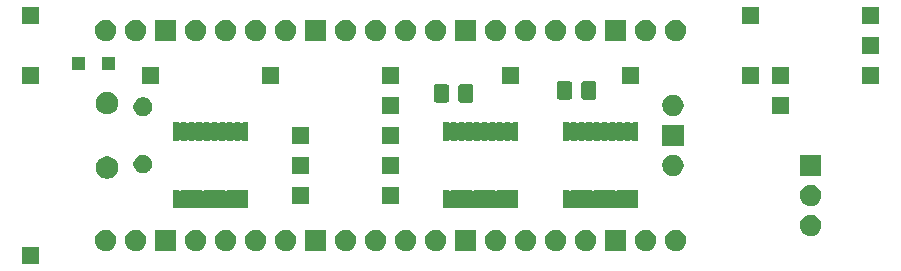
<source format=gbr>
G04 #@! TF.GenerationSoftware,KiCad,Pcbnew,5.1.5+dfsg1-2build2*
G04 #@! TF.CreationDate,2022-10-01T19:43:28+01:00*
G04 #@! TF.ProjectId,zx-memory-16-32,7a782d6d-656d-46f7-9279-2d31362d3332,rev?*
G04 #@! TF.SameCoordinates,Original*
G04 #@! TF.FileFunction,Soldermask,Bot*
G04 #@! TF.FilePolarity,Negative*
%FSLAX46Y46*%
G04 Gerber Fmt 4.6, Leading zero omitted, Abs format (unit mm)*
G04 Created by KiCad (PCBNEW 5.1.5+dfsg1-2build2) date 2022-10-01 19:43:28*
%MOMM*%
%LPD*%
G04 APERTURE LIST*
%ADD10C,0.100000*%
G04 APERTURE END LIST*
D10*
G36*
X36286000Y-97246000D02*
G01*
X34834000Y-97246000D01*
X34834000Y-95794000D01*
X36286000Y-95794000D01*
X36286000Y-97246000D01*
G37*
G36*
X75043512Y-94353927D02*
G01*
X75192812Y-94383624D01*
X75356784Y-94451544D01*
X75504354Y-94550147D01*
X75629853Y-94675646D01*
X75728456Y-94823216D01*
X75796376Y-94987188D01*
X75831000Y-95161259D01*
X75831000Y-95338741D01*
X75796376Y-95512812D01*
X75728456Y-95676784D01*
X75629853Y-95824354D01*
X75504354Y-95949853D01*
X75356784Y-96048456D01*
X75192812Y-96116376D01*
X75043512Y-96146073D01*
X75018742Y-96151000D01*
X74841258Y-96151000D01*
X74816488Y-96146073D01*
X74667188Y-96116376D01*
X74503216Y-96048456D01*
X74355646Y-95949853D01*
X74230147Y-95824354D01*
X74131544Y-95676784D01*
X74063624Y-95512812D01*
X74029000Y-95338741D01*
X74029000Y-95161259D01*
X74063624Y-94987188D01*
X74131544Y-94823216D01*
X74230147Y-94675646D01*
X74355646Y-94550147D01*
X74503216Y-94451544D01*
X74667188Y-94383624D01*
X74816488Y-94353927D01*
X74841258Y-94349000D01*
X75018742Y-94349000D01*
X75043512Y-94353927D01*
G37*
G36*
X49643512Y-94353927D02*
G01*
X49792812Y-94383624D01*
X49956784Y-94451544D01*
X50104354Y-94550147D01*
X50229853Y-94675646D01*
X50328456Y-94823216D01*
X50396376Y-94987188D01*
X50431000Y-95161259D01*
X50431000Y-95338741D01*
X50396376Y-95512812D01*
X50328456Y-95676784D01*
X50229853Y-95824354D01*
X50104354Y-95949853D01*
X49956784Y-96048456D01*
X49792812Y-96116376D01*
X49643512Y-96146073D01*
X49618742Y-96151000D01*
X49441258Y-96151000D01*
X49416488Y-96146073D01*
X49267188Y-96116376D01*
X49103216Y-96048456D01*
X48955646Y-95949853D01*
X48830147Y-95824354D01*
X48731544Y-95676784D01*
X48663624Y-95512812D01*
X48629000Y-95338741D01*
X48629000Y-95161259D01*
X48663624Y-94987188D01*
X48731544Y-94823216D01*
X48830147Y-94675646D01*
X48955646Y-94550147D01*
X49103216Y-94451544D01*
X49267188Y-94383624D01*
X49416488Y-94353927D01*
X49441258Y-94349000D01*
X49618742Y-94349000D01*
X49643512Y-94353927D01*
G37*
G36*
X52183512Y-94353927D02*
G01*
X52332812Y-94383624D01*
X52496784Y-94451544D01*
X52644354Y-94550147D01*
X52769853Y-94675646D01*
X52868456Y-94823216D01*
X52936376Y-94987188D01*
X52971000Y-95161259D01*
X52971000Y-95338741D01*
X52936376Y-95512812D01*
X52868456Y-95676784D01*
X52769853Y-95824354D01*
X52644354Y-95949853D01*
X52496784Y-96048456D01*
X52332812Y-96116376D01*
X52183512Y-96146073D01*
X52158742Y-96151000D01*
X51981258Y-96151000D01*
X51956488Y-96146073D01*
X51807188Y-96116376D01*
X51643216Y-96048456D01*
X51495646Y-95949853D01*
X51370147Y-95824354D01*
X51271544Y-95676784D01*
X51203624Y-95512812D01*
X51169000Y-95338741D01*
X51169000Y-95161259D01*
X51203624Y-94987188D01*
X51271544Y-94823216D01*
X51370147Y-94675646D01*
X51495646Y-94550147D01*
X51643216Y-94451544D01*
X51807188Y-94383624D01*
X51956488Y-94353927D01*
X51981258Y-94349000D01*
X52158742Y-94349000D01*
X52183512Y-94353927D01*
G37*
G36*
X54723512Y-94353927D02*
G01*
X54872812Y-94383624D01*
X55036784Y-94451544D01*
X55184354Y-94550147D01*
X55309853Y-94675646D01*
X55408456Y-94823216D01*
X55476376Y-94987188D01*
X55511000Y-95161259D01*
X55511000Y-95338741D01*
X55476376Y-95512812D01*
X55408456Y-95676784D01*
X55309853Y-95824354D01*
X55184354Y-95949853D01*
X55036784Y-96048456D01*
X54872812Y-96116376D01*
X54723512Y-96146073D01*
X54698742Y-96151000D01*
X54521258Y-96151000D01*
X54496488Y-96146073D01*
X54347188Y-96116376D01*
X54183216Y-96048456D01*
X54035646Y-95949853D01*
X53910147Y-95824354D01*
X53811544Y-95676784D01*
X53743624Y-95512812D01*
X53709000Y-95338741D01*
X53709000Y-95161259D01*
X53743624Y-94987188D01*
X53811544Y-94823216D01*
X53910147Y-94675646D01*
X54035646Y-94550147D01*
X54183216Y-94451544D01*
X54347188Y-94383624D01*
X54496488Y-94353927D01*
X54521258Y-94349000D01*
X54698742Y-94349000D01*
X54723512Y-94353927D01*
G37*
G36*
X57263512Y-94353927D02*
G01*
X57412812Y-94383624D01*
X57576784Y-94451544D01*
X57724354Y-94550147D01*
X57849853Y-94675646D01*
X57948456Y-94823216D01*
X58016376Y-94987188D01*
X58051000Y-95161259D01*
X58051000Y-95338741D01*
X58016376Y-95512812D01*
X57948456Y-95676784D01*
X57849853Y-95824354D01*
X57724354Y-95949853D01*
X57576784Y-96048456D01*
X57412812Y-96116376D01*
X57263512Y-96146073D01*
X57238742Y-96151000D01*
X57061258Y-96151000D01*
X57036488Y-96146073D01*
X56887188Y-96116376D01*
X56723216Y-96048456D01*
X56575646Y-95949853D01*
X56450147Y-95824354D01*
X56351544Y-95676784D01*
X56283624Y-95512812D01*
X56249000Y-95338741D01*
X56249000Y-95161259D01*
X56283624Y-94987188D01*
X56351544Y-94823216D01*
X56450147Y-94675646D01*
X56575646Y-94550147D01*
X56723216Y-94451544D01*
X56887188Y-94383624D01*
X57036488Y-94353927D01*
X57061258Y-94349000D01*
X57238742Y-94349000D01*
X57263512Y-94353927D01*
G37*
G36*
X60591000Y-96151000D02*
G01*
X58789000Y-96151000D01*
X58789000Y-94349000D01*
X60591000Y-94349000D01*
X60591000Y-96151000D01*
G37*
G36*
X62343512Y-94353927D02*
G01*
X62492812Y-94383624D01*
X62656784Y-94451544D01*
X62804354Y-94550147D01*
X62929853Y-94675646D01*
X63028456Y-94823216D01*
X63096376Y-94987188D01*
X63131000Y-95161259D01*
X63131000Y-95338741D01*
X63096376Y-95512812D01*
X63028456Y-95676784D01*
X62929853Y-95824354D01*
X62804354Y-95949853D01*
X62656784Y-96048456D01*
X62492812Y-96116376D01*
X62343512Y-96146073D01*
X62318742Y-96151000D01*
X62141258Y-96151000D01*
X62116488Y-96146073D01*
X61967188Y-96116376D01*
X61803216Y-96048456D01*
X61655646Y-95949853D01*
X61530147Y-95824354D01*
X61431544Y-95676784D01*
X61363624Y-95512812D01*
X61329000Y-95338741D01*
X61329000Y-95161259D01*
X61363624Y-94987188D01*
X61431544Y-94823216D01*
X61530147Y-94675646D01*
X61655646Y-94550147D01*
X61803216Y-94451544D01*
X61967188Y-94383624D01*
X62116488Y-94353927D01*
X62141258Y-94349000D01*
X62318742Y-94349000D01*
X62343512Y-94353927D01*
G37*
G36*
X64883512Y-94353927D02*
G01*
X65032812Y-94383624D01*
X65196784Y-94451544D01*
X65344354Y-94550147D01*
X65469853Y-94675646D01*
X65568456Y-94823216D01*
X65636376Y-94987188D01*
X65671000Y-95161259D01*
X65671000Y-95338741D01*
X65636376Y-95512812D01*
X65568456Y-95676784D01*
X65469853Y-95824354D01*
X65344354Y-95949853D01*
X65196784Y-96048456D01*
X65032812Y-96116376D01*
X64883512Y-96146073D01*
X64858742Y-96151000D01*
X64681258Y-96151000D01*
X64656488Y-96146073D01*
X64507188Y-96116376D01*
X64343216Y-96048456D01*
X64195646Y-95949853D01*
X64070147Y-95824354D01*
X63971544Y-95676784D01*
X63903624Y-95512812D01*
X63869000Y-95338741D01*
X63869000Y-95161259D01*
X63903624Y-94987188D01*
X63971544Y-94823216D01*
X64070147Y-94675646D01*
X64195646Y-94550147D01*
X64343216Y-94451544D01*
X64507188Y-94383624D01*
X64656488Y-94353927D01*
X64681258Y-94349000D01*
X64858742Y-94349000D01*
X64883512Y-94353927D01*
G37*
G36*
X67423512Y-94353927D02*
G01*
X67572812Y-94383624D01*
X67736784Y-94451544D01*
X67884354Y-94550147D01*
X68009853Y-94675646D01*
X68108456Y-94823216D01*
X68176376Y-94987188D01*
X68211000Y-95161259D01*
X68211000Y-95338741D01*
X68176376Y-95512812D01*
X68108456Y-95676784D01*
X68009853Y-95824354D01*
X67884354Y-95949853D01*
X67736784Y-96048456D01*
X67572812Y-96116376D01*
X67423512Y-96146073D01*
X67398742Y-96151000D01*
X67221258Y-96151000D01*
X67196488Y-96146073D01*
X67047188Y-96116376D01*
X66883216Y-96048456D01*
X66735646Y-95949853D01*
X66610147Y-95824354D01*
X66511544Y-95676784D01*
X66443624Y-95512812D01*
X66409000Y-95338741D01*
X66409000Y-95161259D01*
X66443624Y-94987188D01*
X66511544Y-94823216D01*
X66610147Y-94675646D01*
X66735646Y-94550147D01*
X66883216Y-94451544D01*
X67047188Y-94383624D01*
X67196488Y-94353927D01*
X67221258Y-94349000D01*
X67398742Y-94349000D01*
X67423512Y-94353927D01*
G37*
G36*
X69963512Y-94353927D02*
G01*
X70112812Y-94383624D01*
X70276784Y-94451544D01*
X70424354Y-94550147D01*
X70549853Y-94675646D01*
X70648456Y-94823216D01*
X70716376Y-94987188D01*
X70751000Y-95161259D01*
X70751000Y-95338741D01*
X70716376Y-95512812D01*
X70648456Y-95676784D01*
X70549853Y-95824354D01*
X70424354Y-95949853D01*
X70276784Y-96048456D01*
X70112812Y-96116376D01*
X69963512Y-96146073D01*
X69938742Y-96151000D01*
X69761258Y-96151000D01*
X69736488Y-96146073D01*
X69587188Y-96116376D01*
X69423216Y-96048456D01*
X69275646Y-95949853D01*
X69150147Y-95824354D01*
X69051544Y-95676784D01*
X68983624Y-95512812D01*
X68949000Y-95338741D01*
X68949000Y-95161259D01*
X68983624Y-94987188D01*
X69051544Y-94823216D01*
X69150147Y-94675646D01*
X69275646Y-94550147D01*
X69423216Y-94451544D01*
X69587188Y-94383624D01*
X69736488Y-94353927D01*
X69761258Y-94349000D01*
X69938742Y-94349000D01*
X69963512Y-94353927D01*
G37*
G36*
X77583512Y-94353927D02*
G01*
X77732812Y-94383624D01*
X77896784Y-94451544D01*
X78044354Y-94550147D01*
X78169853Y-94675646D01*
X78268456Y-94823216D01*
X78336376Y-94987188D01*
X78371000Y-95161259D01*
X78371000Y-95338741D01*
X78336376Y-95512812D01*
X78268456Y-95676784D01*
X78169853Y-95824354D01*
X78044354Y-95949853D01*
X77896784Y-96048456D01*
X77732812Y-96116376D01*
X77583512Y-96146073D01*
X77558742Y-96151000D01*
X77381258Y-96151000D01*
X77356488Y-96146073D01*
X77207188Y-96116376D01*
X77043216Y-96048456D01*
X76895646Y-95949853D01*
X76770147Y-95824354D01*
X76671544Y-95676784D01*
X76603624Y-95512812D01*
X76569000Y-95338741D01*
X76569000Y-95161259D01*
X76603624Y-94987188D01*
X76671544Y-94823216D01*
X76770147Y-94675646D01*
X76895646Y-94550147D01*
X77043216Y-94451544D01*
X77207188Y-94383624D01*
X77356488Y-94353927D01*
X77381258Y-94349000D01*
X77558742Y-94349000D01*
X77583512Y-94353927D01*
G37*
G36*
X80123512Y-94353927D02*
G01*
X80272812Y-94383624D01*
X80436784Y-94451544D01*
X80584354Y-94550147D01*
X80709853Y-94675646D01*
X80808456Y-94823216D01*
X80876376Y-94987188D01*
X80911000Y-95161259D01*
X80911000Y-95338741D01*
X80876376Y-95512812D01*
X80808456Y-95676784D01*
X80709853Y-95824354D01*
X80584354Y-95949853D01*
X80436784Y-96048456D01*
X80272812Y-96116376D01*
X80123512Y-96146073D01*
X80098742Y-96151000D01*
X79921258Y-96151000D01*
X79896488Y-96146073D01*
X79747188Y-96116376D01*
X79583216Y-96048456D01*
X79435646Y-95949853D01*
X79310147Y-95824354D01*
X79211544Y-95676784D01*
X79143624Y-95512812D01*
X79109000Y-95338741D01*
X79109000Y-95161259D01*
X79143624Y-94987188D01*
X79211544Y-94823216D01*
X79310147Y-94675646D01*
X79435646Y-94550147D01*
X79583216Y-94451544D01*
X79747188Y-94383624D01*
X79896488Y-94353927D01*
X79921258Y-94349000D01*
X80098742Y-94349000D01*
X80123512Y-94353927D01*
G37*
G36*
X82663512Y-94353927D02*
G01*
X82812812Y-94383624D01*
X82976784Y-94451544D01*
X83124354Y-94550147D01*
X83249853Y-94675646D01*
X83348456Y-94823216D01*
X83416376Y-94987188D01*
X83451000Y-95161259D01*
X83451000Y-95338741D01*
X83416376Y-95512812D01*
X83348456Y-95676784D01*
X83249853Y-95824354D01*
X83124354Y-95949853D01*
X82976784Y-96048456D01*
X82812812Y-96116376D01*
X82663512Y-96146073D01*
X82638742Y-96151000D01*
X82461258Y-96151000D01*
X82436488Y-96146073D01*
X82287188Y-96116376D01*
X82123216Y-96048456D01*
X81975646Y-95949853D01*
X81850147Y-95824354D01*
X81751544Y-95676784D01*
X81683624Y-95512812D01*
X81649000Y-95338741D01*
X81649000Y-95161259D01*
X81683624Y-94987188D01*
X81751544Y-94823216D01*
X81850147Y-94675646D01*
X81975646Y-94550147D01*
X82123216Y-94451544D01*
X82287188Y-94383624D01*
X82436488Y-94353927D01*
X82461258Y-94349000D01*
X82638742Y-94349000D01*
X82663512Y-94353927D01*
G37*
G36*
X85991000Y-96151000D02*
G01*
X84189000Y-96151000D01*
X84189000Y-94349000D01*
X85991000Y-94349000D01*
X85991000Y-96151000D01*
G37*
G36*
X87743512Y-94353927D02*
G01*
X87892812Y-94383624D01*
X88056784Y-94451544D01*
X88204354Y-94550147D01*
X88329853Y-94675646D01*
X88428456Y-94823216D01*
X88496376Y-94987188D01*
X88531000Y-95161259D01*
X88531000Y-95338741D01*
X88496376Y-95512812D01*
X88428456Y-95676784D01*
X88329853Y-95824354D01*
X88204354Y-95949853D01*
X88056784Y-96048456D01*
X87892812Y-96116376D01*
X87743512Y-96146073D01*
X87718742Y-96151000D01*
X87541258Y-96151000D01*
X87516488Y-96146073D01*
X87367188Y-96116376D01*
X87203216Y-96048456D01*
X87055646Y-95949853D01*
X86930147Y-95824354D01*
X86831544Y-95676784D01*
X86763624Y-95512812D01*
X86729000Y-95338741D01*
X86729000Y-95161259D01*
X86763624Y-94987188D01*
X86831544Y-94823216D01*
X86930147Y-94675646D01*
X87055646Y-94550147D01*
X87203216Y-94451544D01*
X87367188Y-94383624D01*
X87516488Y-94353927D01*
X87541258Y-94349000D01*
X87718742Y-94349000D01*
X87743512Y-94353927D01*
G37*
G36*
X90283512Y-94353927D02*
G01*
X90432812Y-94383624D01*
X90596784Y-94451544D01*
X90744354Y-94550147D01*
X90869853Y-94675646D01*
X90968456Y-94823216D01*
X91036376Y-94987188D01*
X91071000Y-95161259D01*
X91071000Y-95338741D01*
X91036376Y-95512812D01*
X90968456Y-95676784D01*
X90869853Y-95824354D01*
X90744354Y-95949853D01*
X90596784Y-96048456D01*
X90432812Y-96116376D01*
X90283512Y-96146073D01*
X90258742Y-96151000D01*
X90081258Y-96151000D01*
X90056488Y-96146073D01*
X89907188Y-96116376D01*
X89743216Y-96048456D01*
X89595646Y-95949853D01*
X89470147Y-95824354D01*
X89371544Y-95676784D01*
X89303624Y-95512812D01*
X89269000Y-95338741D01*
X89269000Y-95161259D01*
X89303624Y-94987188D01*
X89371544Y-94823216D01*
X89470147Y-94675646D01*
X89595646Y-94550147D01*
X89743216Y-94451544D01*
X89907188Y-94383624D01*
X90056488Y-94353927D01*
X90081258Y-94349000D01*
X90258742Y-94349000D01*
X90283512Y-94353927D01*
G37*
G36*
X47891000Y-96151000D02*
G01*
X46089000Y-96151000D01*
X46089000Y-94349000D01*
X47891000Y-94349000D01*
X47891000Y-96151000D01*
G37*
G36*
X44563512Y-94353927D02*
G01*
X44712812Y-94383624D01*
X44876784Y-94451544D01*
X45024354Y-94550147D01*
X45149853Y-94675646D01*
X45248456Y-94823216D01*
X45316376Y-94987188D01*
X45351000Y-95161259D01*
X45351000Y-95338741D01*
X45316376Y-95512812D01*
X45248456Y-95676784D01*
X45149853Y-95824354D01*
X45024354Y-95949853D01*
X44876784Y-96048456D01*
X44712812Y-96116376D01*
X44563512Y-96146073D01*
X44538742Y-96151000D01*
X44361258Y-96151000D01*
X44336488Y-96146073D01*
X44187188Y-96116376D01*
X44023216Y-96048456D01*
X43875646Y-95949853D01*
X43750147Y-95824354D01*
X43651544Y-95676784D01*
X43583624Y-95512812D01*
X43549000Y-95338741D01*
X43549000Y-95161259D01*
X43583624Y-94987188D01*
X43651544Y-94823216D01*
X43750147Y-94675646D01*
X43875646Y-94550147D01*
X44023216Y-94451544D01*
X44187188Y-94383624D01*
X44336488Y-94353927D01*
X44361258Y-94349000D01*
X44538742Y-94349000D01*
X44563512Y-94353927D01*
G37*
G36*
X42023512Y-94353927D02*
G01*
X42172812Y-94383624D01*
X42336784Y-94451544D01*
X42484354Y-94550147D01*
X42609853Y-94675646D01*
X42708456Y-94823216D01*
X42776376Y-94987188D01*
X42811000Y-95161259D01*
X42811000Y-95338741D01*
X42776376Y-95512812D01*
X42708456Y-95676784D01*
X42609853Y-95824354D01*
X42484354Y-95949853D01*
X42336784Y-96048456D01*
X42172812Y-96116376D01*
X42023512Y-96146073D01*
X41998742Y-96151000D01*
X41821258Y-96151000D01*
X41796488Y-96146073D01*
X41647188Y-96116376D01*
X41483216Y-96048456D01*
X41335646Y-95949853D01*
X41210147Y-95824354D01*
X41111544Y-95676784D01*
X41043624Y-95512812D01*
X41009000Y-95338741D01*
X41009000Y-95161259D01*
X41043624Y-94987188D01*
X41111544Y-94823216D01*
X41210147Y-94675646D01*
X41335646Y-94550147D01*
X41483216Y-94451544D01*
X41647188Y-94383624D01*
X41796488Y-94353927D01*
X41821258Y-94349000D01*
X41998742Y-94349000D01*
X42023512Y-94353927D01*
G37*
G36*
X73291000Y-96151000D02*
G01*
X71489000Y-96151000D01*
X71489000Y-94349000D01*
X73291000Y-94349000D01*
X73291000Y-96151000D01*
G37*
G36*
X101713512Y-93083927D02*
G01*
X101862812Y-93113624D01*
X102026784Y-93181544D01*
X102174354Y-93280147D01*
X102299853Y-93405646D01*
X102398456Y-93553216D01*
X102466376Y-93717188D01*
X102501000Y-93891259D01*
X102501000Y-94068741D01*
X102466376Y-94242812D01*
X102398456Y-94406784D01*
X102299853Y-94554354D01*
X102174354Y-94679853D01*
X102026784Y-94778456D01*
X101862812Y-94846376D01*
X101713512Y-94876073D01*
X101688742Y-94881000D01*
X101511258Y-94881000D01*
X101486488Y-94876073D01*
X101337188Y-94846376D01*
X101173216Y-94778456D01*
X101025646Y-94679853D01*
X100900147Y-94554354D01*
X100801544Y-94406784D01*
X100733624Y-94242812D01*
X100699000Y-94068741D01*
X100699000Y-93891259D01*
X100733624Y-93717188D01*
X100801544Y-93553216D01*
X100900147Y-93405646D01*
X101025646Y-93280147D01*
X101173216Y-93181544D01*
X101337188Y-93113624D01*
X101486488Y-93083927D01*
X101511258Y-93079000D01*
X101688742Y-93079000D01*
X101713512Y-93083927D01*
G37*
G36*
X81095170Y-90975803D02*
G01*
X81106875Y-90979354D01*
X81117665Y-90985121D01*
X81131688Y-90996630D01*
X81140704Y-91005645D01*
X81161078Y-91019259D01*
X81183717Y-91028635D01*
X81207751Y-91033415D01*
X81232255Y-91033415D01*
X81256288Y-91028634D01*
X81278926Y-91019256D01*
X81299301Y-91005642D01*
X81308317Y-90996626D01*
X81322335Y-90985121D01*
X81333125Y-90979354D01*
X81344830Y-90975803D01*
X81363138Y-90974000D01*
X81726862Y-90974000D01*
X81745170Y-90975803D01*
X81756875Y-90979354D01*
X81767665Y-90985121D01*
X81781688Y-90996630D01*
X81790704Y-91005645D01*
X81811078Y-91019259D01*
X81833717Y-91028635D01*
X81857751Y-91033415D01*
X81882255Y-91033415D01*
X81906288Y-91028634D01*
X81928926Y-91019256D01*
X81949301Y-91005642D01*
X81958317Y-90996626D01*
X81972335Y-90985121D01*
X81983125Y-90979354D01*
X81994830Y-90975803D01*
X82013138Y-90974000D01*
X82376862Y-90974000D01*
X82395170Y-90975803D01*
X82406875Y-90979354D01*
X82417665Y-90985121D01*
X82431688Y-90996630D01*
X82440704Y-91005645D01*
X82461078Y-91019259D01*
X82483717Y-91028635D01*
X82507751Y-91033415D01*
X82532255Y-91033415D01*
X82556288Y-91028634D01*
X82578926Y-91019256D01*
X82599301Y-91005642D01*
X82608317Y-90996626D01*
X82622335Y-90985121D01*
X82633125Y-90979354D01*
X82644830Y-90975803D01*
X82663138Y-90974000D01*
X83026862Y-90974000D01*
X83045170Y-90975803D01*
X83056875Y-90979354D01*
X83067665Y-90985121D01*
X83081688Y-90996630D01*
X83090704Y-91005645D01*
X83111078Y-91019259D01*
X83133717Y-91028635D01*
X83157751Y-91033415D01*
X83182255Y-91033415D01*
X83206288Y-91028634D01*
X83228926Y-91019256D01*
X83249301Y-91005642D01*
X83258317Y-90996626D01*
X83272335Y-90985121D01*
X83283125Y-90979354D01*
X83294830Y-90975803D01*
X83313138Y-90974000D01*
X83676862Y-90974000D01*
X83695170Y-90975803D01*
X83706875Y-90979354D01*
X83717665Y-90985121D01*
X83731688Y-90996630D01*
X83740704Y-91005645D01*
X83761078Y-91019259D01*
X83783717Y-91028635D01*
X83807751Y-91033415D01*
X83832255Y-91033415D01*
X83856288Y-91028634D01*
X83878926Y-91019256D01*
X83899301Y-91005642D01*
X83908317Y-90996626D01*
X83922335Y-90985121D01*
X83933125Y-90979354D01*
X83944830Y-90975803D01*
X83963138Y-90974000D01*
X84326862Y-90974000D01*
X84345170Y-90975803D01*
X84356875Y-90979354D01*
X84367665Y-90985121D01*
X84381688Y-90996630D01*
X84390704Y-91005645D01*
X84411078Y-91019259D01*
X84433717Y-91028635D01*
X84457751Y-91033415D01*
X84482255Y-91033415D01*
X84506288Y-91028634D01*
X84528926Y-91019256D01*
X84549301Y-91005642D01*
X84558317Y-90996626D01*
X84572335Y-90985121D01*
X84583125Y-90979354D01*
X84594830Y-90975803D01*
X84613138Y-90974000D01*
X84976862Y-90974000D01*
X84995170Y-90975803D01*
X85006875Y-90979354D01*
X85017665Y-90985121D01*
X85031688Y-90996630D01*
X85040704Y-91005645D01*
X85061078Y-91019259D01*
X85083717Y-91028635D01*
X85107751Y-91033415D01*
X85132255Y-91033415D01*
X85156288Y-91028634D01*
X85178926Y-91019256D01*
X85199301Y-91005642D01*
X85208317Y-90996626D01*
X85222335Y-90985121D01*
X85233125Y-90979354D01*
X85244830Y-90975803D01*
X85263138Y-90974000D01*
X85626862Y-90974000D01*
X85645170Y-90975803D01*
X85656875Y-90979354D01*
X85667665Y-90985121D01*
X85681688Y-90996630D01*
X85690704Y-91005645D01*
X85711078Y-91019259D01*
X85733717Y-91028635D01*
X85757751Y-91033415D01*
X85782255Y-91033415D01*
X85806288Y-91028634D01*
X85828926Y-91019256D01*
X85849301Y-91005642D01*
X85858317Y-90996626D01*
X85872335Y-90985121D01*
X85883125Y-90979354D01*
X85894830Y-90975803D01*
X85913138Y-90974000D01*
X86276862Y-90974000D01*
X86295170Y-90975803D01*
X86306875Y-90979354D01*
X86317665Y-90985121D01*
X86331688Y-90996630D01*
X86340704Y-91005645D01*
X86361078Y-91019259D01*
X86383717Y-91028635D01*
X86407751Y-91033415D01*
X86432255Y-91033415D01*
X86456288Y-91028634D01*
X86478926Y-91019256D01*
X86499301Y-91005642D01*
X86508317Y-90996626D01*
X86522335Y-90985121D01*
X86533125Y-90979354D01*
X86544830Y-90975803D01*
X86563138Y-90974000D01*
X86926862Y-90974000D01*
X86945170Y-90975803D01*
X86956875Y-90979354D01*
X86967665Y-90985121D01*
X86977119Y-90992881D01*
X86984879Y-91002335D01*
X86990646Y-91013125D01*
X86994197Y-91024830D01*
X86996000Y-91043138D01*
X86996000Y-92481862D01*
X86994197Y-92500170D01*
X86990646Y-92511875D01*
X86984879Y-92522665D01*
X86977119Y-92532119D01*
X86967665Y-92539879D01*
X86956875Y-92545646D01*
X86945170Y-92549197D01*
X86926862Y-92551000D01*
X86563138Y-92551000D01*
X86544830Y-92549197D01*
X86533125Y-92545646D01*
X86522335Y-92539879D01*
X86508312Y-92528370D01*
X86499296Y-92519355D01*
X86478922Y-92505741D01*
X86456283Y-92496365D01*
X86432249Y-92491585D01*
X86407745Y-92491585D01*
X86383712Y-92496366D01*
X86361074Y-92505744D01*
X86340699Y-92519358D01*
X86331683Y-92528374D01*
X86317665Y-92539879D01*
X86306875Y-92545646D01*
X86295170Y-92549197D01*
X86276862Y-92551000D01*
X85913138Y-92551000D01*
X85894830Y-92549197D01*
X85883125Y-92545646D01*
X85872335Y-92539879D01*
X85858312Y-92528370D01*
X85849296Y-92519355D01*
X85828922Y-92505741D01*
X85806283Y-92496365D01*
X85782249Y-92491585D01*
X85757745Y-92491585D01*
X85733712Y-92496366D01*
X85711074Y-92505744D01*
X85690699Y-92519358D01*
X85681683Y-92528374D01*
X85667665Y-92539879D01*
X85656875Y-92545646D01*
X85645170Y-92549197D01*
X85626862Y-92551000D01*
X85263138Y-92551000D01*
X85244830Y-92549197D01*
X85233125Y-92545646D01*
X85222335Y-92539879D01*
X85208312Y-92528370D01*
X85199296Y-92519355D01*
X85178922Y-92505741D01*
X85156283Y-92496365D01*
X85132249Y-92491585D01*
X85107745Y-92491585D01*
X85083712Y-92496366D01*
X85061074Y-92505744D01*
X85040699Y-92519358D01*
X85031683Y-92528374D01*
X85017665Y-92539879D01*
X85006875Y-92545646D01*
X84995170Y-92549197D01*
X84976862Y-92551000D01*
X84613138Y-92551000D01*
X84594830Y-92549197D01*
X84583125Y-92545646D01*
X84572335Y-92539879D01*
X84558312Y-92528370D01*
X84549296Y-92519355D01*
X84528922Y-92505741D01*
X84506283Y-92496365D01*
X84482249Y-92491585D01*
X84457745Y-92491585D01*
X84433712Y-92496366D01*
X84411074Y-92505744D01*
X84390699Y-92519358D01*
X84381683Y-92528374D01*
X84367665Y-92539879D01*
X84356875Y-92545646D01*
X84345170Y-92549197D01*
X84326862Y-92551000D01*
X83963138Y-92551000D01*
X83944830Y-92549197D01*
X83933125Y-92545646D01*
X83922335Y-92539879D01*
X83908312Y-92528370D01*
X83899296Y-92519355D01*
X83878922Y-92505741D01*
X83856283Y-92496365D01*
X83832249Y-92491585D01*
X83807745Y-92491585D01*
X83783712Y-92496366D01*
X83761074Y-92505744D01*
X83740699Y-92519358D01*
X83731683Y-92528374D01*
X83717665Y-92539879D01*
X83706875Y-92545646D01*
X83695170Y-92549197D01*
X83676862Y-92551000D01*
X83313138Y-92551000D01*
X83294830Y-92549197D01*
X83283125Y-92545646D01*
X83272335Y-92539879D01*
X83258312Y-92528370D01*
X83249296Y-92519355D01*
X83228922Y-92505741D01*
X83206283Y-92496365D01*
X83182249Y-92491585D01*
X83157745Y-92491585D01*
X83133712Y-92496366D01*
X83111074Y-92505744D01*
X83090699Y-92519358D01*
X83081683Y-92528374D01*
X83067665Y-92539879D01*
X83056875Y-92545646D01*
X83045170Y-92549197D01*
X83026862Y-92551000D01*
X82663138Y-92551000D01*
X82644830Y-92549197D01*
X82633125Y-92545646D01*
X82622335Y-92539879D01*
X82608312Y-92528370D01*
X82599296Y-92519355D01*
X82578922Y-92505741D01*
X82556283Y-92496365D01*
X82532249Y-92491585D01*
X82507745Y-92491585D01*
X82483712Y-92496366D01*
X82461074Y-92505744D01*
X82440699Y-92519358D01*
X82431683Y-92528374D01*
X82417665Y-92539879D01*
X82406875Y-92545646D01*
X82395170Y-92549197D01*
X82376862Y-92551000D01*
X82013138Y-92551000D01*
X81994830Y-92549197D01*
X81983125Y-92545646D01*
X81972335Y-92539879D01*
X81958312Y-92528370D01*
X81949296Y-92519355D01*
X81928922Y-92505741D01*
X81906283Y-92496365D01*
X81882249Y-92491585D01*
X81857745Y-92491585D01*
X81833712Y-92496366D01*
X81811074Y-92505744D01*
X81790699Y-92519358D01*
X81781683Y-92528374D01*
X81767665Y-92539879D01*
X81756875Y-92545646D01*
X81745170Y-92549197D01*
X81726862Y-92551000D01*
X81363138Y-92551000D01*
X81344830Y-92549197D01*
X81333125Y-92545646D01*
X81322335Y-92539879D01*
X81308312Y-92528370D01*
X81299296Y-92519355D01*
X81278922Y-92505741D01*
X81256283Y-92496365D01*
X81232249Y-92491585D01*
X81207745Y-92491585D01*
X81183712Y-92496366D01*
X81161074Y-92505744D01*
X81140699Y-92519358D01*
X81131683Y-92528374D01*
X81117665Y-92539879D01*
X81106875Y-92545646D01*
X81095170Y-92549197D01*
X81076862Y-92551000D01*
X80713138Y-92551000D01*
X80694830Y-92549197D01*
X80683125Y-92545646D01*
X80672335Y-92539879D01*
X80662881Y-92532119D01*
X80655121Y-92522665D01*
X80649354Y-92511875D01*
X80645803Y-92500170D01*
X80644000Y-92481862D01*
X80644000Y-91043138D01*
X80645803Y-91024830D01*
X80649354Y-91013125D01*
X80655121Y-91002335D01*
X80662881Y-90992881D01*
X80672335Y-90985121D01*
X80683125Y-90979354D01*
X80694830Y-90975803D01*
X80713138Y-90974000D01*
X81076862Y-90974000D01*
X81095170Y-90975803D01*
G37*
G36*
X70935170Y-90975803D02*
G01*
X70946875Y-90979354D01*
X70957665Y-90985121D01*
X70971688Y-90996630D01*
X70980704Y-91005645D01*
X71001078Y-91019259D01*
X71023717Y-91028635D01*
X71047751Y-91033415D01*
X71072255Y-91033415D01*
X71096288Y-91028634D01*
X71118926Y-91019256D01*
X71139301Y-91005642D01*
X71148317Y-90996626D01*
X71162335Y-90985121D01*
X71173125Y-90979354D01*
X71184830Y-90975803D01*
X71203138Y-90974000D01*
X71566862Y-90974000D01*
X71585170Y-90975803D01*
X71596875Y-90979354D01*
X71607665Y-90985121D01*
X71621688Y-90996630D01*
X71630704Y-91005645D01*
X71651078Y-91019259D01*
X71673717Y-91028635D01*
X71697751Y-91033415D01*
X71722255Y-91033415D01*
X71746288Y-91028634D01*
X71768926Y-91019256D01*
X71789301Y-91005642D01*
X71798317Y-90996626D01*
X71812335Y-90985121D01*
X71823125Y-90979354D01*
X71834830Y-90975803D01*
X71853138Y-90974000D01*
X72216862Y-90974000D01*
X72235170Y-90975803D01*
X72246875Y-90979354D01*
X72257665Y-90985121D01*
X72271688Y-90996630D01*
X72280704Y-91005645D01*
X72301078Y-91019259D01*
X72323717Y-91028635D01*
X72347751Y-91033415D01*
X72372255Y-91033415D01*
X72396288Y-91028634D01*
X72418926Y-91019256D01*
X72439301Y-91005642D01*
X72448317Y-90996626D01*
X72462335Y-90985121D01*
X72473125Y-90979354D01*
X72484830Y-90975803D01*
X72503138Y-90974000D01*
X72866862Y-90974000D01*
X72885170Y-90975803D01*
X72896875Y-90979354D01*
X72907665Y-90985121D01*
X72921688Y-90996630D01*
X72930704Y-91005645D01*
X72951078Y-91019259D01*
X72973717Y-91028635D01*
X72997751Y-91033415D01*
X73022255Y-91033415D01*
X73046288Y-91028634D01*
X73068926Y-91019256D01*
X73089301Y-91005642D01*
X73098317Y-90996626D01*
X73112335Y-90985121D01*
X73123125Y-90979354D01*
X73134830Y-90975803D01*
X73153138Y-90974000D01*
X73516862Y-90974000D01*
X73535170Y-90975803D01*
X73546875Y-90979354D01*
X73557665Y-90985121D01*
X73571688Y-90996630D01*
X73580704Y-91005645D01*
X73601078Y-91019259D01*
X73623717Y-91028635D01*
X73647751Y-91033415D01*
X73672255Y-91033415D01*
X73696288Y-91028634D01*
X73718926Y-91019256D01*
X73739301Y-91005642D01*
X73748317Y-90996626D01*
X73762335Y-90985121D01*
X73773125Y-90979354D01*
X73784830Y-90975803D01*
X73803138Y-90974000D01*
X74166862Y-90974000D01*
X74185170Y-90975803D01*
X74196875Y-90979354D01*
X74207665Y-90985121D01*
X74221688Y-90996630D01*
X74230704Y-91005645D01*
X74251078Y-91019259D01*
X74273717Y-91028635D01*
X74297751Y-91033415D01*
X74322255Y-91033415D01*
X74346288Y-91028634D01*
X74368926Y-91019256D01*
X74389301Y-91005642D01*
X74398317Y-90996626D01*
X74412335Y-90985121D01*
X74423125Y-90979354D01*
X74434830Y-90975803D01*
X74453138Y-90974000D01*
X74816862Y-90974000D01*
X74835170Y-90975803D01*
X74846875Y-90979354D01*
X74857665Y-90985121D01*
X74871688Y-90996630D01*
X74880704Y-91005645D01*
X74901078Y-91019259D01*
X74923717Y-91028635D01*
X74947751Y-91033415D01*
X74972255Y-91033415D01*
X74996288Y-91028634D01*
X75018926Y-91019256D01*
X75039301Y-91005642D01*
X75048317Y-90996626D01*
X75062335Y-90985121D01*
X75073125Y-90979354D01*
X75084830Y-90975803D01*
X75103138Y-90974000D01*
X75466862Y-90974000D01*
X75485170Y-90975803D01*
X75496875Y-90979354D01*
X75507665Y-90985121D01*
X75521688Y-90996630D01*
X75530704Y-91005645D01*
X75551078Y-91019259D01*
X75573717Y-91028635D01*
X75597751Y-91033415D01*
X75622255Y-91033415D01*
X75646288Y-91028634D01*
X75668926Y-91019256D01*
X75689301Y-91005642D01*
X75698317Y-90996626D01*
X75712335Y-90985121D01*
X75723125Y-90979354D01*
X75734830Y-90975803D01*
X75753138Y-90974000D01*
X76116862Y-90974000D01*
X76135170Y-90975803D01*
X76146875Y-90979354D01*
X76157665Y-90985121D01*
X76171688Y-90996630D01*
X76180704Y-91005645D01*
X76201078Y-91019259D01*
X76223717Y-91028635D01*
X76247751Y-91033415D01*
X76272255Y-91033415D01*
X76296288Y-91028634D01*
X76318926Y-91019256D01*
X76339301Y-91005642D01*
X76348317Y-90996626D01*
X76362335Y-90985121D01*
X76373125Y-90979354D01*
X76384830Y-90975803D01*
X76403138Y-90974000D01*
X76766862Y-90974000D01*
X76785170Y-90975803D01*
X76796875Y-90979354D01*
X76807665Y-90985121D01*
X76817119Y-90992881D01*
X76824879Y-91002335D01*
X76830646Y-91013125D01*
X76834197Y-91024830D01*
X76836000Y-91043138D01*
X76836000Y-92481862D01*
X76834197Y-92500170D01*
X76830646Y-92511875D01*
X76824879Y-92522665D01*
X76817119Y-92532119D01*
X76807665Y-92539879D01*
X76796875Y-92545646D01*
X76785170Y-92549197D01*
X76766862Y-92551000D01*
X76403138Y-92551000D01*
X76384830Y-92549197D01*
X76373125Y-92545646D01*
X76362335Y-92539879D01*
X76348312Y-92528370D01*
X76339296Y-92519355D01*
X76318922Y-92505741D01*
X76296283Y-92496365D01*
X76272249Y-92491585D01*
X76247745Y-92491585D01*
X76223712Y-92496366D01*
X76201074Y-92505744D01*
X76180699Y-92519358D01*
X76171683Y-92528374D01*
X76157665Y-92539879D01*
X76146875Y-92545646D01*
X76135170Y-92549197D01*
X76116862Y-92551000D01*
X75753138Y-92551000D01*
X75734830Y-92549197D01*
X75723125Y-92545646D01*
X75712335Y-92539879D01*
X75698312Y-92528370D01*
X75689296Y-92519355D01*
X75668922Y-92505741D01*
X75646283Y-92496365D01*
X75622249Y-92491585D01*
X75597745Y-92491585D01*
X75573712Y-92496366D01*
X75551074Y-92505744D01*
X75530699Y-92519358D01*
X75521683Y-92528374D01*
X75507665Y-92539879D01*
X75496875Y-92545646D01*
X75485170Y-92549197D01*
X75466862Y-92551000D01*
X75103138Y-92551000D01*
X75084830Y-92549197D01*
X75073125Y-92545646D01*
X75062335Y-92539879D01*
X75048312Y-92528370D01*
X75039296Y-92519355D01*
X75018922Y-92505741D01*
X74996283Y-92496365D01*
X74972249Y-92491585D01*
X74947745Y-92491585D01*
X74923712Y-92496366D01*
X74901074Y-92505744D01*
X74880699Y-92519358D01*
X74871683Y-92528374D01*
X74857665Y-92539879D01*
X74846875Y-92545646D01*
X74835170Y-92549197D01*
X74816862Y-92551000D01*
X74453138Y-92551000D01*
X74434830Y-92549197D01*
X74423125Y-92545646D01*
X74412335Y-92539879D01*
X74398312Y-92528370D01*
X74389296Y-92519355D01*
X74368922Y-92505741D01*
X74346283Y-92496365D01*
X74322249Y-92491585D01*
X74297745Y-92491585D01*
X74273712Y-92496366D01*
X74251074Y-92505744D01*
X74230699Y-92519358D01*
X74221683Y-92528374D01*
X74207665Y-92539879D01*
X74196875Y-92545646D01*
X74185170Y-92549197D01*
X74166862Y-92551000D01*
X73803138Y-92551000D01*
X73784830Y-92549197D01*
X73773125Y-92545646D01*
X73762335Y-92539879D01*
X73748312Y-92528370D01*
X73739296Y-92519355D01*
X73718922Y-92505741D01*
X73696283Y-92496365D01*
X73672249Y-92491585D01*
X73647745Y-92491585D01*
X73623712Y-92496366D01*
X73601074Y-92505744D01*
X73580699Y-92519358D01*
X73571683Y-92528374D01*
X73557665Y-92539879D01*
X73546875Y-92545646D01*
X73535170Y-92549197D01*
X73516862Y-92551000D01*
X73153138Y-92551000D01*
X73134830Y-92549197D01*
X73123125Y-92545646D01*
X73112335Y-92539879D01*
X73098312Y-92528370D01*
X73089296Y-92519355D01*
X73068922Y-92505741D01*
X73046283Y-92496365D01*
X73022249Y-92491585D01*
X72997745Y-92491585D01*
X72973712Y-92496366D01*
X72951074Y-92505744D01*
X72930699Y-92519358D01*
X72921683Y-92528374D01*
X72907665Y-92539879D01*
X72896875Y-92545646D01*
X72885170Y-92549197D01*
X72866862Y-92551000D01*
X72503138Y-92551000D01*
X72484830Y-92549197D01*
X72473125Y-92545646D01*
X72462335Y-92539879D01*
X72448312Y-92528370D01*
X72439296Y-92519355D01*
X72418922Y-92505741D01*
X72396283Y-92496365D01*
X72372249Y-92491585D01*
X72347745Y-92491585D01*
X72323712Y-92496366D01*
X72301074Y-92505744D01*
X72280699Y-92519358D01*
X72271683Y-92528374D01*
X72257665Y-92539879D01*
X72246875Y-92545646D01*
X72235170Y-92549197D01*
X72216862Y-92551000D01*
X71853138Y-92551000D01*
X71834830Y-92549197D01*
X71823125Y-92545646D01*
X71812335Y-92539879D01*
X71798312Y-92528370D01*
X71789296Y-92519355D01*
X71768922Y-92505741D01*
X71746283Y-92496365D01*
X71722249Y-92491585D01*
X71697745Y-92491585D01*
X71673712Y-92496366D01*
X71651074Y-92505744D01*
X71630699Y-92519358D01*
X71621683Y-92528374D01*
X71607665Y-92539879D01*
X71596875Y-92545646D01*
X71585170Y-92549197D01*
X71566862Y-92551000D01*
X71203138Y-92551000D01*
X71184830Y-92549197D01*
X71173125Y-92545646D01*
X71162335Y-92539879D01*
X71148312Y-92528370D01*
X71139296Y-92519355D01*
X71118922Y-92505741D01*
X71096283Y-92496365D01*
X71072249Y-92491585D01*
X71047745Y-92491585D01*
X71023712Y-92496366D01*
X71001074Y-92505744D01*
X70980699Y-92519358D01*
X70971683Y-92528374D01*
X70957665Y-92539879D01*
X70946875Y-92545646D01*
X70935170Y-92549197D01*
X70916862Y-92551000D01*
X70553138Y-92551000D01*
X70534830Y-92549197D01*
X70523125Y-92545646D01*
X70512335Y-92539879D01*
X70502881Y-92532119D01*
X70495121Y-92522665D01*
X70489354Y-92511875D01*
X70485803Y-92500170D01*
X70484000Y-92481862D01*
X70484000Y-91043138D01*
X70485803Y-91024830D01*
X70489354Y-91013125D01*
X70495121Y-91002335D01*
X70502881Y-90992881D01*
X70512335Y-90985121D01*
X70523125Y-90979354D01*
X70534830Y-90975803D01*
X70553138Y-90974000D01*
X70916862Y-90974000D01*
X70935170Y-90975803D01*
G37*
G36*
X48075170Y-90975803D02*
G01*
X48086875Y-90979354D01*
X48097665Y-90985121D01*
X48111688Y-90996630D01*
X48120704Y-91005645D01*
X48141078Y-91019259D01*
X48163717Y-91028635D01*
X48187751Y-91033415D01*
X48212255Y-91033415D01*
X48236288Y-91028634D01*
X48258926Y-91019256D01*
X48279301Y-91005642D01*
X48288317Y-90996626D01*
X48302335Y-90985121D01*
X48313125Y-90979354D01*
X48324830Y-90975803D01*
X48343138Y-90974000D01*
X48706862Y-90974000D01*
X48725170Y-90975803D01*
X48736875Y-90979354D01*
X48747665Y-90985121D01*
X48761688Y-90996630D01*
X48770704Y-91005645D01*
X48791078Y-91019259D01*
X48813717Y-91028635D01*
X48837751Y-91033415D01*
X48862255Y-91033415D01*
X48886288Y-91028634D01*
X48908926Y-91019256D01*
X48929301Y-91005642D01*
X48938317Y-90996626D01*
X48952335Y-90985121D01*
X48963125Y-90979354D01*
X48974830Y-90975803D01*
X48993138Y-90974000D01*
X49356862Y-90974000D01*
X49375170Y-90975803D01*
X49386875Y-90979354D01*
X49397665Y-90985121D01*
X49411688Y-90996630D01*
X49420704Y-91005645D01*
X49441078Y-91019259D01*
X49463717Y-91028635D01*
X49487751Y-91033415D01*
X49512255Y-91033415D01*
X49536288Y-91028634D01*
X49558926Y-91019256D01*
X49579301Y-91005642D01*
X49588317Y-90996626D01*
X49602335Y-90985121D01*
X49613125Y-90979354D01*
X49624830Y-90975803D01*
X49643138Y-90974000D01*
X50006862Y-90974000D01*
X50025170Y-90975803D01*
X50036875Y-90979354D01*
X50047665Y-90985121D01*
X50061688Y-90996630D01*
X50070704Y-91005645D01*
X50091078Y-91019259D01*
X50113717Y-91028635D01*
X50137751Y-91033415D01*
X50162255Y-91033415D01*
X50186288Y-91028634D01*
X50208926Y-91019256D01*
X50229301Y-91005642D01*
X50238317Y-90996626D01*
X50252335Y-90985121D01*
X50263125Y-90979354D01*
X50274830Y-90975803D01*
X50293138Y-90974000D01*
X50656862Y-90974000D01*
X50675170Y-90975803D01*
X50686875Y-90979354D01*
X50697665Y-90985121D01*
X50711688Y-90996630D01*
X50720704Y-91005645D01*
X50741078Y-91019259D01*
X50763717Y-91028635D01*
X50787751Y-91033415D01*
X50812255Y-91033415D01*
X50836288Y-91028634D01*
X50858926Y-91019256D01*
X50879301Y-91005642D01*
X50888317Y-90996626D01*
X50902335Y-90985121D01*
X50913125Y-90979354D01*
X50924830Y-90975803D01*
X50943138Y-90974000D01*
X51306862Y-90974000D01*
X51325170Y-90975803D01*
X51336875Y-90979354D01*
X51347665Y-90985121D01*
X51361688Y-90996630D01*
X51370704Y-91005645D01*
X51391078Y-91019259D01*
X51413717Y-91028635D01*
X51437751Y-91033415D01*
X51462255Y-91033415D01*
X51486288Y-91028634D01*
X51508926Y-91019256D01*
X51529301Y-91005642D01*
X51538317Y-90996626D01*
X51552335Y-90985121D01*
X51563125Y-90979354D01*
X51574830Y-90975803D01*
X51593138Y-90974000D01*
X51956862Y-90974000D01*
X51975170Y-90975803D01*
X51986875Y-90979354D01*
X51997665Y-90985121D01*
X52011688Y-90996630D01*
X52020704Y-91005645D01*
X52041078Y-91019259D01*
X52063717Y-91028635D01*
X52087751Y-91033415D01*
X52112255Y-91033415D01*
X52136288Y-91028634D01*
X52158926Y-91019256D01*
X52179301Y-91005642D01*
X52188317Y-90996626D01*
X52202335Y-90985121D01*
X52213125Y-90979354D01*
X52224830Y-90975803D01*
X52243138Y-90974000D01*
X52606862Y-90974000D01*
X52625170Y-90975803D01*
X52636875Y-90979354D01*
X52647665Y-90985121D01*
X52661688Y-90996630D01*
X52670704Y-91005645D01*
X52691078Y-91019259D01*
X52713717Y-91028635D01*
X52737751Y-91033415D01*
X52762255Y-91033415D01*
X52786288Y-91028634D01*
X52808926Y-91019256D01*
X52829301Y-91005642D01*
X52838317Y-90996626D01*
X52852335Y-90985121D01*
X52863125Y-90979354D01*
X52874830Y-90975803D01*
X52893138Y-90974000D01*
X53256862Y-90974000D01*
X53275170Y-90975803D01*
X53286875Y-90979354D01*
X53297665Y-90985121D01*
X53311688Y-90996630D01*
X53320704Y-91005645D01*
X53341078Y-91019259D01*
X53363717Y-91028635D01*
X53387751Y-91033415D01*
X53412255Y-91033415D01*
X53436288Y-91028634D01*
X53458926Y-91019256D01*
X53479301Y-91005642D01*
X53488317Y-90996626D01*
X53502335Y-90985121D01*
X53513125Y-90979354D01*
X53524830Y-90975803D01*
X53543138Y-90974000D01*
X53906862Y-90974000D01*
X53925170Y-90975803D01*
X53936875Y-90979354D01*
X53947665Y-90985121D01*
X53957119Y-90992881D01*
X53964879Y-91002335D01*
X53970646Y-91013125D01*
X53974197Y-91024830D01*
X53976000Y-91043138D01*
X53976000Y-92481862D01*
X53974197Y-92500170D01*
X53970646Y-92511875D01*
X53964879Y-92522665D01*
X53957119Y-92532119D01*
X53947665Y-92539879D01*
X53936875Y-92545646D01*
X53925170Y-92549197D01*
X53906862Y-92551000D01*
X53543138Y-92551000D01*
X53524830Y-92549197D01*
X53513125Y-92545646D01*
X53502335Y-92539879D01*
X53488312Y-92528370D01*
X53479296Y-92519355D01*
X53458922Y-92505741D01*
X53436283Y-92496365D01*
X53412249Y-92491585D01*
X53387745Y-92491585D01*
X53363712Y-92496366D01*
X53341074Y-92505744D01*
X53320699Y-92519358D01*
X53311683Y-92528374D01*
X53297665Y-92539879D01*
X53286875Y-92545646D01*
X53275170Y-92549197D01*
X53256862Y-92551000D01*
X52893138Y-92551000D01*
X52874830Y-92549197D01*
X52863125Y-92545646D01*
X52852335Y-92539879D01*
X52838312Y-92528370D01*
X52829296Y-92519355D01*
X52808922Y-92505741D01*
X52786283Y-92496365D01*
X52762249Y-92491585D01*
X52737745Y-92491585D01*
X52713712Y-92496366D01*
X52691074Y-92505744D01*
X52670699Y-92519358D01*
X52661683Y-92528374D01*
X52647665Y-92539879D01*
X52636875Y-92545646D01*
X52625170Y-92549197D01*
X52606862Y-92551000D01*
X52243138Y-92551000D01*
X52224830Y-92549197D01*
X52213125Y-92545646D01*
X52202335Y-92539879D01*
X52188312Y-92528370D01*
X52179296Y-92519355D01*
X52158922Y-92505741D01*
X52136283Y-92496365D01*
X52112249Y-92491585D01*
X52087745Y-92491585D01*
X52063712Y-92496366D01*
X52041074Y-92505744D01*
X52020699Y-92519358D01*
X52011683Y-92528374D01*
X51997665Y-92539879D01*
X51986875Y-92545646D01*
X51975170Y-92549197D01*
X51956862Y-92551000D01*
X51593138Y-92551000D01*
X51574830Y-92549197D01*
X51563125Y-92545646D01*
X51552335Y-92539879D01*
X51538312Y-92528370D01*
X51529296Y-92519355D01*
X51508922Y-92505741D01*
X51486283Y-92496365D01*
X51462249Y-92491585D01*
X51437745Y-92491585D01*
X51413712Y-92496366D01*
X51391074Y-92505744D01*
X51370699Y-92519358D01*
X51361683Y-92528374D01*
X51347665Y-92539879D01*
X51336875Y-92545646D01*
X51325170Y-92549197D01*
X51306862Y-92551000D01*
X50943138Y-92551000D01*
X50924830Y-92549197D01*
X50913125Y-92545646D01*
X50902335Y-92539879D01*
X50888312Y-92528370D01*
X50879296Y-92519355D01*
X50858922Y-92505741D01*
X50836283Y-92496365D01*
X50812249Y-92491585D01*
X50787745Y-92491585D01*
X50763712Y-92496366D01*
X50741074Y-92505744D01*
X50720699Y-92519358D01*
X50711683Y-92528374D01*
X50697665Y-92539879D01*
X50686875Y-92545646D01*
X50675170Y-92549197D01*
X50656862Y-92551000D01*
X50293138Y-92551000D01*
X50274830Y-92549197D01*
X50263125Y-92545646D01*
X50252335Y-92539879D01*
X50238312Y-92528370D01*
X50229296Y-92519355D01*
X50208922Y-92505741D01*
X50186283Y-92496365D01*
X50162249Y-92491585D01*
X50137745Y-92491585D01*
X50113712Y-92496366D01*
X50091074Y-92505744D01*
X50070699Y-92519358D01*
X50061683Y-92528374D01*
X50047665Y-92539879D01*
X50036875Y-92545646D01*
X50025170Y-92549197D01*
X50006862Y-92551000D01*
X49643138Y-92551000D01*
X49624830Y-92549197D01*
X49613125Y-92545646D01*
X49602335Y-92539879D01*
X49588312Y-92528370D01*
X49579296Y-92519355D01*
X49558922Y-92505741D01*
X49536283Y-92496365D01*
X49512249Y-92491585D01*
X49487745Y-92491585D01*
X49463712Y-92496366D01*
X49441074Y-92505744D01*
X49420699Y-92519358D01*
X49411683Y-92528374D01*
X49397665Y-92539879D01*
X49386875Y-92545646D01*
X49375170Y-92549197D01*
X49356862Y-92551000D01*
X48993138Y-92551000D01*
X48974830Y-92549197D01*
X48963125Y-92545646D01*
X48952335Y-92539879D01*
X48938312Y-92528370D01*
X48929296Y-92519355D01*
X48908922Y-92505741D01*
X48886283Y-92496365D01*
X48862249Y-92491585D01*
X48837745Y-92491585D01*
X48813712Y-92496366D01*
X48791074Y-92505744D01*
X48770699Y-92519358D01*
X48761683Y-92528374D01*
X48747665Y-92539879D01*
X48736875Y-92545646D01*
X48725170Y-92549197D01*
X48706862Y-92551000D01*
X48343138Y-92551000D01*
X48324830Y-92549197D01*
X48313125Y-92545646D01*
X48302335Y-92539879D01*
X48288312Y-92528370D01*
X48279296Y-92519355D01*
X48258922Y-92505741D01*
X48236283Y-92496365D01*
X48212249Y-92491585D01*
X48187745Y-92491585D01*
X48163712Y-92496366D01*
X48141074Y-92505744D01*
X48120699Y-92519358D01*
X48111683Y-92528374D01*
X48097665Y-92539879D01*
X48086875Y-92545646D01*
X48075170Y-92549197D01*
X48056862Y-92551000D01*
X47693138Y-92551000D01*
X47674830Y-92549197D01*
X47663125Y-92545646D01*
X47652335Y-92539879D01*
X47642881Y-92532119D01*
X47635121Y-92522665D01*
X47629354Y-92511875D01*
X47625803Y-92500170D01*
X47624000Y-92481862D01*
X47624000Y-91043138D01*
X47625803Y-91024830D01*
X47629354Y-91013125D01*
X47635121Y-91002335D01*
X47642881Y-90992881D01*
X47652335Y-90985121D01*
X47663125Y-90979354D01*
X47674830Y-90975803D01*
X47693138Y-90974000D01*
X48056862Y-90974000D01*
X48075170Y-90975803D01*
G37*
G36*
X101713512Y-90543927D02*
G01*
X101862812Y-90573624D01*
X102026784Y-90641544D01*
X102174354Y-90740147D01*
X102299853Y-90865646D01*
X102398456Y-91013216D01*
X102466376Y-91177188D01*
X102501000Y-91351259D01*
X102501000Y-91528741D01*
X102466376Y-91702812D01*
X102398456Y-91866784D01*
X102299853Y-92014354D01*
X102174354Y-92139853D01*
X102026784Y-92238456D01*
X101862812Y-92306376D01*
X101713512Y-92336073D01*
X101688742Y-92341000D01*
X101511258Y-92341000D01*
X101486488Y-92336073D01*
X101337188Y-92306376D01*
X101173216Y-92238456D01*
X101025646Y-92139853D01*
X100900147Y-92014354D01*
X100801544Y-91866784D01*
X100733624Y-91702812D01*
X100699000Y-91528741D01*
X100699000Y-91351259D01*
X100733624Y-91177188D01*
X100801544Y-91013216D01*
X100900147Y-90865646D01*
X101025646Y-90740147D01*
X101173216Y-90641544D01*
X101337188Y-90573624D01*
X101486488Y-90543927D01*
X101511258Y-90539000D01*
X101688742Y-90539000D01*
X101713512Y-90543927D01*
G37*
G36*
X59146000Y-92166000D02*
G01*
X57694000Y-92166000D01*
X57694000Y-90714000D01*
X59146000Y-90714000D01*
X59146000Y-92166000D01*
G37*
G36*
X66766000Y-92166000D02*
G01*
X65314000Y-92166000D01*
X65314000Y-90714000D01*
X66766000Y-90714000D01*
X66766000Y-92166000D01*
G37*
G36*
X42317395Y-88170546D02*
G01*
X42490466Y-88242234D01*
X42490467Y-88242235D01*
X42646227Y-88346310D01*
X42778690Y-88478773D01*
X42831081Y-88557182D01*
X42882766Y-88634534D01*
X42954454Y-88807605D01*
X42991000Y-88991333D01*
X42991000Y-89178667D01*
X42954454Y-89362395D01*
X42882766Y-89535466D01*
X42882765Y-89535467D01*
X42778690Y-89691227D01*
X42646227Y-89823690D01*
X42567818Y-89876081D01*
X42490466Y-89927766D01*
X42317395Y-89999454D01*
X42133667Y-90036000D01*
X41946333Y-90036000D01*
X41762605Y-89999454D01*
X41589534Y-89927766D01*
X41512182Y-89876081D01*
X41433773Y-89823690D01*
X41301310Y-89691227D01*
X41197235Y-89535467D01*
X41197234Y-89535466D01*
X41125546Y-89362395D01*
X41089000Y-89178667D01*
X41089000Y-88991333D01*
X41125546Y-88807605D01*
X41197234Y-88634534D01*
X41248919Y-88557182D01*
X41301310Y-88478773D01*
X41433773Y-88346310D01*
X41589533Y-88242235D01*
X41589534Y-88242234D01*
X41762605Y-88170546D01*
X41946333Y-88134000D01*
X42133667Y-88134000D01*
X42317395Y-88170546D01*
G37*
G36*
X102501000Y-89801000D02*
G01*
X100699000Y-89801000D01*
X100699000Y-87999000D01*
X102501000Y-87999000D01*
X102501000Y-89801000D01*
G37*
G36*
X90053512Y-88003927D02*
G01*
X90202812Y-88033624D01*
X90366784Y-88101544D01*
X90514354Y-88200147D01*
X90639853Y-88325646D01*
X90738456Y-88473216D01*
X90806376Y-88637188D01*
X90836073Y-88786488D01*
X90841000Y-88811258D01*
X90841000Y-88988742D01*
X90840484Y-88991335D01*
X90806376Y-89162812D01*
X90738456Y-89326784D01*
X90639853Y-89474354D01*
X90514354Y-89599853D01*
X90366784Y-89698456D01*
X90202812Y-89766376D01*
X90053512Y-89796073D01*
X90028742Y-89801000D01*
X89851258Y-89801000D01*
X89826488Y-89796073D01*
X89677188Y-89766376D01*
X89513216Y-89698456D01*
X89365646Y-89599853D01*
X89240147Y-89474354D01*
X89141544Y-89326784D01*
X89073624Y-89162812D01*
X89039516Y-88991335D01*
X89039000Y-88988742D01*
X89039000Y-88811258D01*
X89043927Y-88786488D01*
X89073624Y-88637188D01*
X89141544Y-88473216D01*
X89240147Y-88325646D01*
X89365646Y-88200147D01*
X89513216Y-88101544D01*
X89677188Y-88033624D01*
X89826488Y-88003927D01*
X89851258Y-87999000D01*
X90028742Y-87999000D01*
X90053512Y-88003927D01*
G37*
G36*
X66766000Y-89626000D02*
G01*
X65314000Y-89626000D01*
X65314000Y-88174000D01*
X66766000Y-88174000D01*
X66766000Y-89626000D01*
G37*
G36*
X59146000Y-89626000D02*
G01*
X57694000Y-89626000D01*
X57694000Y-88174000D01*
X59146000Y-88174000D01*
X59146000Y-89626000D01*
G37*
G36*
X45303642Y-88014781D02*
G01*
X45449414Y-88075162D01*
X45449416Y-88075163D01*
X45580608Y-88162822D01*
X45692178Y-88274392D01*
X45779837Y-88405584D01*
X45779838Y-88405586D01*
X45840219Y-88551358D01*
X45871000Y-88706107D01*
X45871000Y-88863893D01*
X45840219Y-89018642D01*
X45779838Y-89164414D01*
X45779837Y-89164416D01*
X45692178Y-89295608D01*
X45580608Y-89407178D01*
X45449416Y-89494837D01*
X45449415Y-89494838D01*
X45449414Y-89494838D01*
X45303642Y-89555219D01*
X45148893Y-89586000D01*
X44991107Y-89586000D01*
X44836358Y-89555219D01*
X44690586Y-89494838D01*
X44690585Y-89494838D01*
X44690584Y-89494837D01*
X44559392Y-89407178D01*
X44447822Y-89295608D01*
X44360163Y-89164416D01*
X44360162Y-89164414D01*
X44299781Y-89018642D01*
X44269000Y-88863893D01*
X44269000Y-88706107D01*
X44299781Y-88551358D01*
X44360162Y-88405586D01*
X44360163Y-88405584D01*
X44447822Y-88274392D01*
X44559392Y-88162822D01*
X44690584Y-88075163D01*
X44690586Y-88075162D01*
X44836358Y-88014781D01*
X44991107Y-87984000D01*
X45148893Y-87984000D01*
X45303642Y-88014781D01*
G37*
G36*
X90841000Y-87261000D02*
G01*
X89039000Y-87261000D01*
X89039000Y-85459000D01*
X90841000Y-85459000D01*
X90841000Y-87261000D01*
G37*
G36*
X59146000Y-87086000D02*
G01*
X57694000Y-87086000D01*
X57694000Y-85634000D01*
X59146000Y-85634000D01*
X59146000Y-87086000D01*
G37*
G36*
X66766000Y-87086000D02*
G01*
X65314000Y-87086000D01*
X65314000Y-85634000D01*
X66766000Y-85634000D01*
X66766000Y-87086000D01*
G37*
G36*
X48075170Y-85250803D02*
G01*
X48086875Y-85254354D01*
X48097665Y-85260121D01*
X48111688Y-85271630D01*
X48120704Y-85280645D01*
X48141078Y-85294259D01*
X48163717Y-85303635D01*
X48187751Y-85308415D01*
X48212255Y-85308415D01*
X48236288Y-85303634D01*
X48258926Y-85294256D01*
X48279301Y-85280642D01*
X48288317Y-85271626D01*
X48302335Y-85260121D01*
X48313125Y-85254354D01*
X48324830Y-85250803D01*
X48343138Y-85249000D01*
X48706862Y-85249000D01*
X48725170Y-85250803D01*
X48736875Y-85254354D01*
X48747665Y-85260121D01*
X48761688Y-85271630D01*
X48770704Y-85280645D01*
X48791078Y-85294259D01*
X48813717Y-85303635D01*
X48837751Y-85308415D01*
X48862255Y-85308415D01*
X48886288Y-85303634D01*
X48908926Y-85294256D01*
X48929301Y-85280642D01*
X48938317Y-85271626D01*
X48952335Y-85260121D01*
X48963125Y-85254354D01*
X48974830Y-85250803D01*
X48993138Y-85249000D01*
X49356862Y-85249000D01*
X49375170Y-85250803D01*
X49386875Y-85254354D01*
X49397665Y-85260121D01*
X49411688Y-85271630D01*
X49420704Y-85280645D01*
X49441078Y-85294259D01*
X49463717Y-85303635D01*
X49487751Y-85308415D01*
X49512255Y-85308415D01*
X49536288Y-85303634D01*
X49558926Y-85294256D01*
X49579301Y-85280642D01*
X49588317Y-85271626D01*
X49602335Y-85260121D01*
X49613125Y-85254354D01*
X49624830Y-85250803D01*
X49643138Y-85249000D01*
X50006862Y-85249000D01*
X50025170Y-85250803D01*
X50036875Y-85254354D01*
X50047665Y-85260121D01*
X50061688Y-85271630D01*
X50070704Y-85280645D01*
X50091078Y-85294259D01*
X50113717Y-85303635D01*
X50137751Y-85308415D01*
X50162255Y-85308415D01*
X50186288Y-85303634D01*
X50208926Y-85294256D01*
X50229301Y-85280642D01*
X50238317Y-85271626D01*
X50252335Y-85260121D01*
X50263125Y-85254354D01*
X50274830Y-85250803D01*
X50293138Y-85249000D01*
X50656862Y-85249000D01*
X50675170Y-85250803D01*
X50686875Y-85254354D01*
X50697665Y-85260121D01*
X50711688Y-85271630D01*
X50720704Y-85280645D01*
X50741078Y-85294259D01*
X50763717Y-85303635D01*
X50787751Y-85308415D01*
X50812255Y-85308415D01*
X50836288Y-85303634D01*
X50858926Y-85294256D01*
X50879301Y-85280642D01*
X50888317Y-85271626D01*
X50902335Y-85260121D01*
X50913125Y-85254354D01*
X50924830Y-85250803D01*
X50943138Y-85249000D01*
X51306862Y-85249000D01*
X51325170Y-85250803D01*
X51336875Y-85254354D01*
X51347665Y-85260121D01*
X51361688Y-85271630D01*
X51370704Y-85280645D01*
X51391078Y-85294259D01*
X51413717Y-85303635D01*
X51437751Y-85308415D01*
X51462255Y-85308415D01*
X51486288Y-85303634D01*
X51508926Y-85294256D01*
X51529301Y-85280642D01*
X51538317Y-85271626D01*
X51552335Y-85260121D01*
X51563125Y-85254354D01*
X51574830Y-85250803D01*
X51593138Y-85249000D01*
X51956862Y-85249000D01*
X51975170Y-85250803D01*
X51986875Y-85254354D01*
X51997665Y-85260121D01*
X52011688Y-85271630D01*
X52020704Y-85280645D01*
X52041078Y-85294259D01*
X52063717Y-85303635D01*
X52087751Y-85308415D01*
X52112255Y-85308415D01*
X52136288Y-85303634D01*
X52158926Y-85294256D01*
X52179301Y-85280642D01*
X52188317Y-85271626D01*
X52202335Y-85260121D01*
X52213125Y-85254354D01*
X52224830Y-85250803D01*
X52243138Y-85249000D01*
X52606862Y-85249000D01*
X52625170Y-85250803D01*
X52636875Y-85254354D01*
X52647665Y-85260121D01*
X52661688Y-85271630D01*
X52670704Y-85280645D01*
X52691078Y-85294259D01*
X52713717Y-85303635D01*
X52737751Y-85308415D01*
X52762255Y-85308415D01*
X52786288Y-85303634D01*
X52808926Y-85294256D01*
X52829301Y-85280642D01*
X52838317Y-85271626D01*
X52852335Y-85260121D01*
X52863125Y-85254354D01*
X52874830Y-85250803D01*
X52893138Y-85249000D01*
X53256862Y-85249000D01*
X53275170Y-85250803D01*
X53286875Y-85254354D01*
X53297665Y-85260121D01*
X53311688Y-85271630D01*
X53320704Y-85280645D01*
X53341078Y-85294259D01*
X53363717Y-85303635D01*
X53387751Y-85308415D01*
X53412255Y-85308415D01*
X53436288Y-85303634D01*
X53458926Y-85294256D01*
X53479301Y-85280642D01*
X53488317Y-85271626D01*
X53502335Y-85260121D01*
X53513125Y-85254354D01*
X53524830Y-85250803D01*
X53543138Y-85249000D01*
X53906862Y-85249000D01*
X53925170Y-85250803D01*
X53936875Y-85254354D01*
X53947665Y-85260121D01*
X53957119Y-85267881D01*
X53964879Y-85277335D01*
X53970646Y-85288125D01*
X53974197Y-85299830D01*
X53976000Y-85318138D01*
X53976000Y-86756862D01*
X53974197Y-86775170D01*
X53970646Y-86786875D01*
X53964879Y-86797665D01*
X53957119Y-86807119D01*
X53947665Y-86814879D01*
X53936875Y-86820646D01*
X53925170Y-86824197D01*
X53906862Y-86826000D01*
X53543138Y-86826000D01*
X53524830Y-86824197D01*
X53513125Y-86820646D01*
X53502335Y-86814879D01*
X53488312Y-86803370D01*
X53479296Y-86794355D01*
X53458922Y-86780741D01*
X53436283Y-86771365D01*
X53412249Y-86766585D01*
X53387745Y-86766585D01*
X53363712Y-86771366D01*
X53341074Y-86780744D01*
X53320699Y-86794358D01*
X53311683Y-86803374D01*
X53297665Y-86814879D01*
X53286875Y-86820646D01*
X53275170Y-86824197D01*
X53256862Y-86826000D01*
X52893138Y-86826000D01*
X52874830Y-86824197D01*
X52863125Y-86820646D01*
X52852335Y-86814879D01*
X52838312Y-86803370D01*
X52829296Y-86794355D01*
X52808922Y-86780741D01*
X52786283Y-86771365D01*
X52762249Y-86766585D01*
X52737745Y-86766585D01*
X52713712Y-86771366D01*
X52691074Y-86780744D01*
X52670699Y-86794358D01*
X52661683Y-86803374D01*
X52647665Y-86814879D01*
X52636875Y-86820646D01*
X52625170Y-86824197D01*
X52606862Y-86826000D01*
X52243138Y-86826000D01*
X52224830Y-86824197D01*
X52213125Y-86820646D01*
X52202335Y-86814879D01*
X52188312Y-86803370D01*
X52179296Y-86794355D01*
X52158922Y-86780741D01*
X52136283Y-86771365D01*
X52112249Y-86766585D01*
X52087745Y-86766585D01*
X52063712Y-86771366D01*
X52041074Y-86780744D01*
X52020699Y-86794358D01*
X52011683Y-86803374D01*
X51997665Y-86814879D01*
X51986875Y-86820646D01*
X51975170Y-86824197D01*
X51956862Y-86826000D01*
X51593138Y-86826000D01*
X51574830Y-86824197D01*
X51563125Y-86820646D01*
X51552335Y-86814879D01*
X51538312Y-86803370D01*
X51529296Y-86794355D01*
X51508922Y-86780741D01*
X51486283Y-86771365D01*
X51462249Y-86766585D01*
X51437745Y-86766585D01*
X51413712Y-86771366D01*
X51391074Y-86780744D01*
X51370699Y-86794358D01*
X51361683Y-86803374D01*
X51347665Y-86814879D01*
X51336875Y-86820646D01*
X51325170Y-86824197D01*
X51306862Y-86826000D01*
X50943138Y-86826000D01*
X50924830Y-86824197D01*
X50913125Y-86820646D01*
X50902335Y-86814879D01*
X50888312Y-86803370D01*
X50879296Y-86794355D01*
X50858922Y-86780741D01*
X50836283Y-86771365D01*
X50812249Y-86766585D01*
X50787745Y-86766585D01*
X50763712Y-86771366D01*
X50741074Y-86780744D01*
X50720699Y-86794358D01*
X50711683Y-86803374D01*
X50697665Y-86814879D01*
X50686875Y-86820646D01*
X50675170Y-86824197D01*
X50656862Y-86826000D01*
X50293138Y-86826000D01*
X50274830Y-86824197D01*
X50263125Y-86820646D01*
X50252335Y-86814879D01*
X50238312Y-86803370D01*
X50229296Y-86794355D01*
X50208922Y-86780741D01*
X50186283Y-86771365D01*
X50162249Y-86766585D01*
X50137745Y-86766585D01*
X50113712Y-86771366D01*
X50091074Y-86780744D01*
X50070699Y-86794358D01*
X50061683Y-86803374D01*
X50047665Y-86814879D01*
X50036875Y-86820646D01*
X50025170Y-86824197D01*
X50006862Y-86826000D01*
X49643138Y-86826000D01*
X49624830Y-86824197D01*
X49613125Y-86820646D01*
X49602335Y-86814879D01*
X49588312Y-86803370D01*
X49579296Y-86794355D01*
X49558922Y-86780741D01*
X49536283Y-86771365D01*
X49512249Y-86766585D01*
X49487745Y-86766585D01*
X49463712Y-86771366D01*
X49441074Y-86780744D01*
X49420699Y-86794358D01*
X49411683Y-86803374D01*
X49397665Y-86814879D01*
X49386875Y-86820646D01*
X49375170Y-86824197D01*
X49356862Y-86826000D01*
X48993138Y-86826000D01*
X48974830Y-86824197D01*
X48963125Y-86820646D01*
X48952335Y-86814879D01*
X48938312Y-86803370D01*
X48929296Y-86794355D01*
X48908922Y-86780741D01*
X48886283Y-86771365D01*
X48862249Y-86766585D01*
X48837745Y-86766585D01*
X48813712Y-86771366D01*
X48791074Y-86780744D01*
X48770699Y-86794358D01*
X48761683Y-86803374D01*
X48747665Y-86814879D01*
X48736875Y-86820646D01*
X48725170Y-86824197D01*
X48706862Y-86826000D01*
X48343138Y-86826000D01*
X48324830Y-86824197D01*
X48313125Y-86820646D01*
X48302335Y-86814879D01*
X48288312Y-86803370D01*
X48279296Y-86794355D01*
X48258922Y-86780741D01*
X48236283Y-86771365D01*
X48212249Y-86766585D01*
X48187745Y-86766585D01*
X48163712Y-86771366D01*
X48141074Y-86780744D01*
X48120699Y-86794358D01*
X48111683Y-86803374D01*
X48097665Y-86814879D01*
X48086875Y-86820646D01*
X48075170Y-86824197D01*
X48056862Y-86826000D01*
X47693138Y-86826000D01*
X47674830Y-86824197D01*
X47663125Y-86820646D01*
X47652335Y-86814879D01*
X47642881Y-86807119D01*
X47635121Y-86797665D01*
X47629354Y-86786875D01*
X47625803Y-86775170D01*
X47624000Y-86756862D01*
X47624000Y-85318138D01*
X47625803Y-85299830D01*
X47629354Y-85288125D01*
X47635121Y-85277335D01*
X47642881Y-85267881D01*
X47652335Y-85260121D01*
X47663125Y-85254354D01*
X47674830Y-85250803D01*
X47693138Y-85249000D01*
X48056862Y-85249000D01*
X48075170Y-85250803D01*
G37*
G36*
X70935170Y-85250803D02*
G01*
X70946875Y-85254354D01*
X70957665Y-85260121D01*
X70971688Y-85271630D01*
X70980704Y-85280645D01*
X71001078Y-85294259D01*
X71023717Y-85303635D01*
X71047751Y-85308415D01*
X71072255Y-85308415D01*
X71096288Y-85303634D01*
X71118926Y-85294256D01*
X71139301Y-85280642D01*
X71148317Y-85271626D01*
X71162335Y-85260121D01*
X71173125Y-85254354D01*
X71184830Y-85250803D01*
X71203138Y-85249000D01*
X71566862Y-85249000D01*
X71585170Y-85250803D01*
X71596875Y-85254354D01*
X71607665Y-85260121D01*
X71621688Y-85271630D01*
X71630704Y-85280645D01*
X71651078Y-85294259D01*
X71673717Y-85303635D01*
X71697751Y-85308415D01*
X71722255Y-85308415D01*
X71746288Y-85303634D01*
X71768926Y-85294256D01*
X71789301Y-85280642D01*
X71798317Y-85271626D01*
X71812335Y-85260121D01*
X71823125Y-85254354D01*
X71834830Y-85250803D01*
X71853138Y-85249000D01*
X72216862Y-85249000D01*
X72235170Y-85250803D01*
X72246875Y-85254354D01*
X72257665Y-85260121D01*
X72271688Y-85271630D01*
X72280704Y-85280645D01*
X72301078Y-85294259D01*
X72323717Y-85303635D01*
X72347751Y-85308415D01*
X72372255Y-85308415D01*
X72396288Y-85303634D01*
X72418926Y-85294256D01*
X72439301Y-85280642D01*
X72448317Y-85271626D01*
X72462335Y-85260121D01*
X72473125Y-85254354D01*
X72484830Y-85250803D01*
X72503138Y-85249000D01*
X72866862Y-85249000D01*
X72885170Y-85250803D01*
X72896875Y-85254354D01*
X72907665Y-85260121D01*
X72921688Y-85271630D01*
X72930704Y-85280645D01*
X72951078Y-85294259D01*
X72973717Y-85303635D01*
X72997751Y-85308415D01*
X73022255Y-85308415D01*
X73046288Y-85303634D01*
X73068926Y-85294256D01*
X73089301Y-85280642D01*
X73098317Y-85271626D01*
X73112335Y-85260121D01*
X73123125Y-85254354D01*
X73134830Y-85250803D01*
X73153138Y-85249000D01*
X73516862Y-85249000D01*
X73535170Y-85250803D01*
X73546875Y-85254354D01*
X73557665Y-85260121D01*
X73571688Y-85271630D01*
X73580704Y-85280645D01*
X73601078Y-85294259D01*
X73623717Y-85303635D01*
X73647751Y-85308415D01*
X73672255Y-85308415D01*
X73696288Y-85303634D01*
X73718926Y-85294256D01*
X73739301Y-85280642D01*
X73748317Y-85271626D01*
X73762335Y-85260121D01*
X73773125Y-85254354D01*
X73784830Y-85250803D01*
X73803138Y-85249000D01*
X74166862Y-85249000D01*
X74185170Y-85250803D01*
X74196875Y-85254354D01*
X74207665Y-85260121D01*
X74221688Y-85271630D01*
X74230704Y-85280645D01*
X74251078Y-85294259D01*
X74273717Y-85303635D01*
X74297751Y-85308415D01*
X74322255Y-85308415D01*
X74346288Y-85303634D01*
X74368926Y-85294256D01*
X74389301Y-85280642D01*
X74398317Y-85271626D01*
X74412335Y-85260121D01*
X74423125Y-85254354D01*
X74434830Y-85250803D01*
X74453138Y-85249000D01*
X74816862Y-85249000D01*
X74835170Y-85250803D01*
X74846875Y-85254354D01*
X74857665Y-85260121D01*
X74871688Y-85271630D01*
X74880704Y-85280645D01*
X74901078Y-85294259D01*
X74923717Y-85303635D01*
X74947751Y-85308415D01*
X74972255Y-85308415D01*
X74996288Y-85303634D01*
X75018926Y-85294256D01*
X75039301Y-85280642D01*
X75048317Y-85271626D01*
X75062335Y-85260121D01*
X75073125Y-85254354D01*
X75084830Y-85250803D01*
X75103138Y-85249000D01*
X75466862Y-85249000D01*
X75485170Y-85250803D01*
X75496875Y-85254354D01*
X75507665Y-85260121D01*
X75521688Y-85271630D01*
X75530704Y-85280645D01*
X75551078Y-85294259D01*
X75573717Y-85303635D01*
X75597751Y-85308415D01*
X75622255Y-85308415D01*
X75646288Y-85303634D01*
X75668926Y-85294256D01*
X75689301Y-85280642D01*
X75698317Y-85271626D01*
X75712335Y-85260121D01*
X75723125Y-85254354D01*
X75734830Y-85250803D01*
X75753138Y-85249000D01*
X76116862Y-85249000D01*
X76135170Y-85250803D01*
X76146875Y-85254354D01*
X76157665Y-85260121D01*
X76171688Y-85271630D01*
X76180704Y-85280645D01*
X76201078Y-85294259D01*
X76223717Y-85303635D01*
X76247751Y-85308415D01*
X76272255Y-85308415D01*
X76296288Y-85303634D01*
X76318926Y-85294256D01*
X76339301Y-85280642D01*
X76348317Y-85271626D01*
X76362335Y-85260121D01*
X76373125Y-85254354D01*
X76384830Y-85250803D01*
X76403138Y-85249000D01*
X76766862Y-85249000D01*
X76785170Y-85250803D01*
X76796875Y-85254354D01*
X76807665Y-85260121D01*
X76817119Y-85267881D01*
X76824879Y-85277335D01*
X76830646Y-85288125D01*
X76834197Y-85299830D01*
X76836000Y-85318138D01*
X76836000Y-86756862D01*
X76834197Y-86775170D01*
X76830646Y-86786875D01*
X76824879Y-86797665D01*
X76817119Y-86807119D01*
X76807665Y-86814879D01*
X76796875Y-86820646D01*
X76785170Y-86824197D01*
X76766862Y-86826000D01*
X76403138Y-86826000D01*
X76384830Y-86824197D01*
X76373125Y-86820646D01*
X76362335Y-86814879D01*
X76348312Y-86803370D01*
X76339296Y-86794355D01*
X76318922Y-86780741D01*
X76296283Y-86771365D01*
X76272249Y-86766585D01*
X76247745Y-86766585D01*
X76223712Y-86771366D01*
X76201074Y-86780744D01*
X76180699Y-86794358D01*
X76171683Y-86803374D01*
X76157665Y-86814879D01*
X76146875Y-86820646D01*
X76135170Y-86824197D01*
X76116862Y-86826000D01*
X75753138Y-86826000D01*
X75734830Y-86824197D01*
X75723125Y-86820646D01*
X75712335Y-86814879D01*
X75698312Y-86803370D01*
X75689296Y-86794355D01*
X75668922Y-86780741D01*
X75646283Y-86771365D01*
X75622249Y-86766585D01*
X75597745Y-86766585D01*
X75573712Y-86771366D01*
X75551074Y-86780744D01*
X75530699Y-86794358D01*
X75521683Y-86803374D01*
X75507665Y-86814879D01*
X75496875Y-86820646D01*
X75485170Y-86824197D01*
X75466862Y-86826000D01*
X75103138Y-86826000D01*
X75084830Y-86824197D01*
X75073125Y-86820646D01*
X75062335Y-86814879D01*
X75048312Y-86803370D01*
X75039296Y-86794355D01*
X75018922Y-86780741D01*
X74996283Y-86771365D01*
X74972249Y-86766585D01*
X74947745Y-86766585D01*
X74923712Y-86771366D01*
X74901074Y-86780744D01*
X74880699Y-86794358D01*
X74871683Y-86803374D01*
X74857665Y-86814879D01*
X74846875Y-86820646D01*
X74835170Y-86824197D01*
X74816862Y-86826000D01*
X74453138Y-86826000D01*
X74434830Y-86824197D01*
X74423125Y-86820646D01*
X74412335Y-86814879D01*
X74398312Y-86803370D01*
X74389296Y-86794355D01*
X74368922Y-86780741D01*
X74346283Y-86771365D01*
X74322249Y-86766585D01*
X74297745Y-86766585D01*
X74273712Y-86771366D01*
X74251074Y-86780744D01*
X74230699Y-86794358D01*
X74221683Y-86803374D01*
X74207665Y-86814879D01*
X74196875Y-86820646D01*
X74185170Y-86824197D01*
X74166862Y-86826000D01*
X73803138Y-86826000D01*
X73784830Y-86824197D01*
X73773125Y-86820646D01*
X73762335Y-86814879D01*
X73748312Y-86803370D01*
X73739296Y-86794355D01*
X73718922Y-86780741D01*
X73696283Y-86771365D01*
X73672249Y-86766585D01*
X73647745Y-86766585D01*
X73623712Y-86771366D01*
X73601074Y-86780744D01*
X73580699Y-86794358D01*
X73571683Y-86803374D01*
X73557665Y-86814879D01*
X73546875Y-86820646D01*
X73535170Y-86824197D01*
X73516862Y-86826000D01*
X73153138Y-86826000D01*
X73134830Y-86824197D01*
X73123125Y-86820646D01*
X73112335Y-86814879D01*
X73098312Y-86803370D01*
X73089296Y-86794355D01*
X73068922Y-86780741D01*
X73046283Y-86771365D01*
X73022249Y-86766585D01*
X72997745Y-86766585D01*
X72973712Y-86771366D01*
X72951074Y-86780744D01*
X72930699Y-86794358D01*
X72921683Y-86803374D01*
X72907665Y-86814879D01*
X72896875Y-86820646D01*
X72885170Y-86824197D01*
X72866862Y-86826000D01*
X72503138Y-86826000D01*
X72484830Y-86824197D01*
X72473125Y-86820646D01*
X72462335Y-86814879D01*
X72448312Y-86803370D01*
X72439296Y-86794355D01*
X72418922Y-86780741D01*
X72396283Y-86771365D01*
X72372249Y-86766585D01*
X72347745Y-86766585D01*
X72323712Y-86771366D01*
X72301074Y-86780744D01*
X72280699Y-86794358D01*
X72271683Y-86803374D01*
X72257665Y-86814879D01*
X72246875Y-86820646D01*
X72235170Y-86824197D01*
X72216862Y-86826000D01*
X71853138Y-86826000D01*
X71834830Y-86824197D01*
X71823125Y-86820646D01*
X71812335Y-86814879D01*
X71798312Y-86803370D01*
X71789296Y-86794355D01*
X71768922Y-86780741D01*
X71746283Y-86771365D01*
X71722249Y-86766585D01*
X71697745Y-86766585D01*
X71673712Y-86771366D01*
X71651074Y-86780744D01*
X71630699Y-86794358D01*
X71621683Y-86803374D01*
X71607665Y-86814879D01*
X71596875Y-86820646D01*
X71585170Y-86824197D01*
X71566862Y-86826000D01*
X71203138Y-86826000D01*
X71184830Y-86824197D01*
X71173125Y-86820646D01*
X71162335Y-86814879D01*
X71148312Y-86803370D01*
X71139296Y-86794355D01*
X71118922Y-86780741D01*
X71096283Y-86771365D01*
X71072249Y-86766585D01*
X71047745Y-86766585D01*
X71023712Y-86771366D01*
X71001074Y-86780744D01*
X70980699Y-86794358D01*
X70971683Y-86803374D01*
X70957665Y-86814879D01*
X70946875Y-86820646D01*
X70935170Y-86824197D01*
X70916862Y-86826000D01*
X70553138Y-86826000D01*
X70534830Y-86824197D01*
X70523125Y-86820646D01*
X70512335Y-86814879D01*
X70502881Y-86807119D01*
X70495121Y-86797665D01*
X70489354Y-86786875D01*
X70485803Y-86775170D01*
X70484000Y-86756862D01*
X70484000Y-85318138D01*
X70485803Y-85299830D01*
X70489354Y-85288125D01*
X70495121Y-85277335D01*
X70502881Y-85267881D01*
X70512335Y-85260121D01*
X70523125Y-85254354D01*
X70534830Y-85250803D01*
X70553138Y-85249000D01*
X70916862Y-85249000D01*
X70935170Y-85250803D01*
G37*
G36*
X81095170Y-85250803D02*
G01*
X81106875Y-85254354D01*
X81117665Y-85260121D01*
X81131688Y-85271630D01*
X81140704Y-85280645D01*
X81161078Y-85294259D01*
X81183717Y-85303635D01*
X81207751Y-85308415D01*
X81232255Y-85308415D01*
X81256288Y-85303634D01*
X81278926Y-85294256D01*
X81299301Y-85280642D01*
X81308317Y-85271626D01*
X81322335Y-85260121D01*
X81333125Y-85254354D01*
X81344830Y-85250803D01*
X81363138Y-85249000D01*
X81726862Y-85249000D01*
X81745170Y-85250803D01*
X81756875Y-85254354D01*
X81767665Y-85260121D01*
X81781688Y-85271630D01*
X81790704Y-85280645D01*
X81811078Y-85294259D01*
X81833717Y-85303635D01*
X81857751Y-85308415D01*
X81882255Y-85308415D01*
X81906288Y-85303634D01*
X81928926Y-85294256D01*
X81949301Y-85280642D01*
X81958317Y-85271626D01*
X81972335Y-85260121D01*
X81983125Y-85254354D01*
X81994830Y-85250803D01*
X82013138Y-85249000D01*
X82376862Y-85249000D01*
X82395170Y-85250803D01*
X82406875Y-85254354D01*
X82417665Y-85260121D01*
X82431688Y-85271630D01*
X82440704Y-85280645D01*
X82461078Y-85294259D01*
X82483717Y-85303635D01*
X82507751Y-85308415D01*
X82532255Y-85308415D01*
X82556288Y-85303634D01*
X82578926Y-85294256D01*
X82599301Y-85280642D01*
X82608317Y-85271626D01*
X82622335Y-85260121D01*
X82633125Y-85254354D01*
X82644830Y-85250803D01*
X82663138Y-85249000D01*
X83026862Y-85249000D01*
X83045170Y-85250803D01*
X83056875Y-85254354D01*
X83067665Y-85260121D01*
X83081688Y-85271630D01*
X83090704Y-85280645D01*
X83111078Y-85294259D01*
X83133717Y-85303635D01*
X83157751Y-85308415D01*
X83182255Y-85308415D01*
X83206288Y-85303634D01*
X83228926Y-85294256D01*
X83249301Y-85280642D01*
X83258317Y-85271626D01*
X83272335Y-85260121D01*
X83283125Y-85254354D01*
X83294830Y-85250803D01*
X83313138Y-85249000D01*
X83676862Y-85249000D01*
X83695170Y-85250803D01*
X83706875Y-85254354D01*
X83717665Y-85260121D01*
X83731688Y-85271630D01*
X83740704Y-85280645D01*
X83761078Y-85294259D01*
X83783717Y-85303635D01*
X83807751Y-85308415D01*
X83832255Y-85308415D01*
X83856288Y-85303634D01*
X83878926Y-85294256D01*
X83899301Y-85280642D01*
X83908317Y-85271626D01*
X83922335Y-85260121D01*
X83933125Y-85254354D01*
X83944830Y-85250803D01*
X83963138Y-85249000D01*
X84326862Y-85249000D01*
X84345170Y-85250803D01*
X84356875Y-85254354D01*
X84367665Y-85260121D01*
X84381688Y-85271630D01*
X84390704Y-85280645D01*
X84411078Y-85294259D01*
X84433717Y-85303635D01*
X84457751Y-85308415D01*
X84482255Y-85308415D01*
X84506288Y-85303634D01*
X84528926Y-85294256D01*
X84549301Y-85280642D01*
X84558317Y-85271626D01*
X84572335Y-85260121D01*
X84583125Y-85254354D01*
X84594830Y-85250803D01*
X84613138Y-85249000D01*
X84976862Y-85249000D01*
X84995170Y-85250803D01*
X85006875Y-85254354D01*
X85017665Y-85260121D01*
X85031688Y-85271630D01*
X85040704Y-85280645D01*
X85061078Y-85294259D01*
X85083717Y-85303635D01*
X85107751Y-85308415D01*
X85132255Y-85308415D01*
X85156288Y-85303634D01*
X85178926Y-85294256D01*
X85199301Y-85280642D01*
X85208317Y-85271626D01*
X85222335Y-85260121D01*
X85233125Y-85254354D01*
X85244830Y-85250803D01*
X85263138Y-85249000D01*
X85626862Y-85249000D01*
X85645170Y-85250803D01*
X85656875Y-85254354D01*
X85667665Y-85260121D01*
X85681688Y-85271630D01*
X85690704Y-85280645D01*
X85711078Y-85294259D01*
X85733717Y-85303635D01*
X85757751Y-85308415D01*
X85782255Y-85308415D01*
X85806288Y-85303634D01*
X85828926Y-85294256D01*
X85849301Y-85280642D01*
X85858317Y-85271626D01*
X85872335Y-85260121D01*
X85883125Y-85254354D01*
X85894830Y-85250803D01*
X85913138Y-85249000D01*
X86276862Y-85249000D01*
X86295170Y-85250803D01*
X86306875Y-85254354D01*
X86317665Y-85260121D01*
X86331688Y-85271630D01*
X86340704Y-85280645D01*
X86361078Y-85294259D01*
X86383717Y-85303635D01*
X86407751Y-85308415D01*
X86432255Y-85308415D01*
X86456288Y-85303634D01*
X86478926Y-85294256D01*
X86499301Y-85280642D01*
X86508317Y-85271626D01*
X86522335Y-85260121D01*
X86533125Y-85254354D01*
X86544830Y-85250803D01*
X86563138Y-85249000D01*
X86926862Y-85249000D01*
X86945170Y-85250803D01*
X86956875Y-85254354D01*
X86967665Y-85260121D01*
X86977119Y-85267881D01*
X86984879Y-85277335D01*
X86990646Y-85288125D01*
X86994197Y-85299830D01*
X86996000Y-85318138D01*
X86996000Y-86756862D01*
X86994197Y-86775170D01*
X86990646Y-86786875D01*
X86984879Y-86797665D01*
X86977119Y-86807119D01*
X86967665Y-86814879D01*
X86956875Y-86820646D01*
X86945170Y-86824197D01*
X86926862Y-86826000D01*
X86563138Y-86826000D01*
X86544830Y-86824197D01*
X86533125Y-86820646D01*
X86522335Y-86814879D01*
X86508312Y-86803370D01*
X86499296Y-86794355D01*
X86478922Y-86780741D01*
X86456283Y-86771365D01*
X86432249Y-86766585D01*
X86407745Y-86766585D01*
X86383712Y-86771366D01*
X86361074Y-86780744D01*
X86340699Y-86794358D01*
X86331683Y-86803374D01*
X86317665Y-86814879D01*
X86306875Y-86820646D01*
X86295170Y-86824197D01*
X86276862Y-86826000D01*
X85913138Y-86826000D01*
X85894830Y-86824197D01*
X85883125Y-86820646D01*
X85872335Y-86814879D01*
X85858312Y-86803370D01*
X85849296Y-86794355D01*
X85828922Y-86780741D01*
X85806283Y-86771365D01*
X85782249Y-86766585D01*
X85757745Y-86766585D01*
X85733712Y-86771366D01*
X85711074Y-86780744D01*
X85690699Y-86794358D01*
X85681683Y-86803374D01*
X85667665Y-86814879D01*
X85656875Y-86820646D01*
X85645170Y-86824197D01*
X85626862Y-86826000D01*
X85263138Y-86826000D01*
X85244830Y-86824197D01*
X85233125Y-86820646D01*
X85222335Y-86814879D01*
X85208312Y-86803370D01*
X85199296Y-86794355D01*
X85178922Y-86780741D01*
X85156283Y-86771365D01*
X85132249Y-86766585D01*
X85107745Y-86766585D01*
X85083712Y-86771366D01*
X85061074Y-86780744D01*
X85040699Y-86794358D01*
X85031683Y-86803374D01*
X85017665Y-86814879D01*
X85006875Y-86820646D01*
X84995170Y-86824197D01*
X84976862Y-86826000D01*
X84613138Y-86826000D01*
X84594830Y-86824197D01*
X84583125Y-86820646D01*
X84572335Y-86814879D01*
X84558312Y-86803370D01*
X84549296Y-86794355D01*
X84528922Y-86780741D01*
X84506283Y-86771365D01*
X84482249Y-86766585D01*
X84457745Y-86766585D01*
X84433712Y-86771366D01*
X84411074Y-86780744D01*
X84390699Y-86794358D01*
X84381683Y-86803374D01*
X84367665Y-86814879D01*
X84356875Y-86820646D01*
X84345170Y-86824197D01*
X84326862Y-86826000D01*
X83963138Y-86826000D01*
X83944830Y-86824197D01*
X83933125Y-86820646D01*
X83922335Y-86814879D01*
X83908312Y-86803370D01*
X83899296Y-86794355D01*
X83878922Y-86780741D01*
X83856283Y-86771365D01*
X83832249Y-86766585D01*
X83807745Y-86766585D01*
X83783712Y-86771366D01*
X83761074Y-86780744D01*
X83740699Y-86794358D01*
X83731683Y-86803374D01*
X83717665Y-86814879D01*
X83706875Y-86820646D01*
X83695170Y-86824197D01*
X83676862Y-86826000D01*
X83313138Y-86826000D01*
X83294830Y-86824197D01*
X83283125Y-86820646D01*
X83272335Y-86814879D01*
X83258312Y-86803370D01*
X83249296Y-86794355D01*
X83228922Y-86780741D01*
X83206283Y-86771365D01*
X83182249Y-86766585D01*
X83157745Y-86766585D01*
X83133712Y-86771366D01*
X83111074Y-86780744D01*
X83090699Y-86794358D01*
X83081683Y-86803374D01*
X83067665Y-86814879D01*
X83056875Y-86820646D01*
X83045170Y-86824197D01*
X83026862Y-86826000D01*
X82663138Y-86826000D01*
X82644830Y-86824197D01*
X82633125Y-86820646D01*
X82622335Y-86814879D01*
X82608312Y-86803370D01*
X82599296Y-86794355D01*
X82578922Y-86780741D01*
X82556283Y-86771365D01*
X82532249Y-86766585D01*
X82507745Y-86766585D01*
X82483712Y-86771366D01*
X82461074Y-86780744D01*
X82440699Y-86794358D01*
X82431683Y-86803374D01*
X82417665Y-86814879D01*
X82406875Y-86820646D01*
X82395170Y-86824197D01*
X82376862Y-86826000D01*
X82013138Y-86826000D01*
X81994830Y-86824197D01*
X81983125Y-86820646D01*
X81972335Y-86814879D01*
X81958312Y-86803370D01*
X81949296Y-86794355D01*
X81928922Y-86780741D01*
X81906283Y-86771365D01*
X81882249Y-86766585D01*
X81857745Y-86766585D01*
X81833712Y-86771366D01*
X81811074Y-86780744D01*
X81790699Y-86794358D01*
X81781683Y-86803374D01*
X81767665Y-86814879D01*
X81756875Y-86820646D01*
X81745170Y-86824197D01*
X81726862Y-86826000D01*
X81363138Y-86826000D01*
X81344830Y-86824197D01*
X81333125Y-86820646D01*
X81322335Y-86814879D01*
X81308312Y-86803370D01*
X81299296Y-86794355D01*
X81278922Y-86780741D01*
X81256283Y-86771365D01*
X81232249Y-86766585D01*
X81207745Y-86766585D01*
X81183712Y-86771366D01*
X81161074Y-86780744D01*
X81140699Y-86794358D01*
X81131683Y-86803374D01*
X81117665Y-86814879D01*
X81106875Y-86820646D01*
X81095170Y-86824197D01*
X81076862Y-86826000D01*
X80713138Y-86826000D01*
X80694830Y-86824197D01*
X80683125Y-86820646D01*
X80672335Y-86814879D01*
X80662881Y-86807119D01*
X80655121Y-86797665D01*
X80649354Y-86786875D01*
X80645803Y-86775170D01*
X80644000Y-86756862D01*
X80644000Y-85318138D01*
X80645803Y-85299830D01*
X80649354Y-85288125D01*
X80655121Y-85277335D01*
X80662881Y-85267881D01*
X80672335Y-85260121D01*
X80683125Y-85254354D01*
X80694830Y-85250803D01*
X80713138Y-85249000D01*
X81076862Y-85249000D01*
X81095170Y-85250803D01*
G37*
G36*
X45303642Y-83164781D02*
G01*
X45449414Y-83225162D01*
X45449416Y-83225163D01*
X45580608Y-83312822D01*
X45692178Y-83424392D01*
X45779837Y-83555584D01*
X45779838Y-83555586D01*
X45840219Y-83701358D01*
X45871000Y-83856107D01*
X45871000Y-84013893D01*
X45840219Y-84168642D01*
X45810154Y-84241225D01*
X45779837Y-84314416D01*
X45692178Y-84445608D01*
X45580608Y-84557178D01*
X45449416Y-84644837D01*
X45449415Y-84644838D01*
X45449414Y-84644838D01*
X45303642Y-84705219D01*
X45148893Y-84736000D01*
X44991107Y-84736000D01*
X44836358Y-84705219D01*
X44690586Y-84644838D01*
X44690585Y-84644838D01*
X44690584Y-84644837D01*
X44559392Y-84557178D01*
X44447822Y-84445608D01*
X44360163Y-84314416D01*
X44329846Y-84241225D01*
X44299781Y-84168642D01*
X44269000Y-84013893D01*
X44269000Y-83856107D01*
X44299781Y-83701358D01*
X44360162Y-83555586D01*
X44360163Y-83555584D01*
X44447822Y-83424392D01*
X44559392Y-83312822D01*
X44690584Y-83225163D01*
X44690586Y-83225162D01*
X44836358Y-83164781D01*
X44991107Y-83134000D01*
X45148893Y-83134000D01*
X45303642Y-83164781D01*
G37*
G36*
X90053512Y-82923927D02*
G01*
X90202812Y-82953624D01*
X90366784Y-83021544D01*
X90514354Y-83120147D01*
X90639853Y-83245646D01*
X90738456Y-83393216D01*
X90806376Y-83557188D01*
X90835052Y-83701357D01*
X90840485Y-83728667D01*
X90841000Y-83731259D01*
X90841000Y-83908741D01*
X90806376Y-84082812D01*
X90738456Y-84246784D01*
X90639853Y-84394354D01*
X90514354Y-84519853D01*
X90366784Y-84618456D01*
X90202812Y-84686376D01*
X90053512Y-84716073D01*
X90028742Y-84721000D01*
X89851258Y-84721000D01*
X89826488Y-84716073D01*
X89677188Y-84686376D01*
X89513216Y-84618456D01*
X89365646Y-84519853D01*
X89240147Y-84394354D01*
X89141544Y-84246784D01*
X89073624Y-84082812D01*
X89039000Y-83908741D01*
X89039000Y-83731259D01*
X89039516Y-83728667D01*
X89044948Y-83701357D01*
X89073624Y-83557188D01*
X89141544Y-83393216D01*
X89240147Y-83245646D01*
X89365646Y-83120147D01*
X89513216Y-83021544D01*
X89677188Y-82953624D01*
X89826488Y-82923927D01*
X89851258Y-82919000D01*
X90028742Y-82919000D01*
X90053512Y-82923927D01*
G37*
G36*
X42317395Y-82720546D02*
G01*
X42490466Y-82792234D01*
X42490467Y-82792235D01*
X42646227Y-82896310D01*
X42778690Y-83028773D01*
X42778691Y-83028775D01*
X42882766Y-83184534D01*
X42954454Y-83357605D01*
X42991000Y-83541333D01*
X42991000Y-83728667D01*
X42954454Y-83912395D01*
X42882766Y-84085466D01*
X42882765Y-84085467D01*
X42778690Y-84241227D01*
X42646227Y-84373690D01*
X42615302Y-84394353D01*
X42490466Y-84477766D01*
X42317395Y-84549454D01*
X42133667Y-84586000D01*
X41946333Y-84586000D01*
X41762605Y-84549454D01*
X41589534Y-84477766D01*
X41464698Y-84394353D01*
X41433773Y-84373690D01*
X41301310Y-84241227D01*
X41197235Y-84085467D01*
X41197234Y-84085466D01*
X41125546Y-83912395D01*
X41089000Y-83728667D01*
X41089000Y-83541333D01*
X41125546Y-83357605D01*
X41197234Y-83184534D01*
X41301309Y-83028775D01*
X41301310Y-83028773D01*
X41433773Y-82896310D01*
X41589533Y-82792235D01*
X41589534Y-82792234D01*
X41762605Y-82720546D01*
X41946333Y-82684000D01*
X42133667Y-82684000D01*
X42317395Y-82720546D01*
G37*
G36*
X99786000Y-84546000D02*
G01*
X98334000Y-84546000D01*
X98334000Y-83094000D01*
X99786000Y-83094000D01*
X99786000Y-84546000D01*
G37*
G36*
X66766000Y-84546000D02*
G01*
X65314000Y-84546000D01*
X65314000Y-83094000D01*
X66766000Y-83094000D01*
X66766000Y-84546000D01*
G37*
G36*
X72888983Y-82032434D02*
G01*
X72926372Y-82043776D01*
X72960826Y-82062191D01*
X72991025Y-82086975D01*
X73015809Y-82117174D01*
X73034224Y-82151628D01*
X73045566Y-82189017D01*
X73050000Y-82234035D01*
X73050000Y-83373965D01*
X73045566Y-83418983D01*
X73034224Y-83456372D01*
X73015809Y-83490826D01*
X72991025Y-83521025D01*
X72960826Y-83545809D01*
X72926372Y-83564224D01*
X72888983Y-83575566D01*
X72843965Y-83580000D01*
X71979035Y-83580000D01*
X71934017Y-83575566D01*
X71896628Y-83564224D01*
X71862174Y-83545809D01*
X71831975Y-83521025D01*
X71807191Y-83490826D01*
X71788776Y-83456372D01*
X71777434Y-83418983D01*
X71773000Y-83373965D01*
X71773000Y-82234035D01*
X71777434Y-82189017D01*
X71788776Y-82151628D01*
X71807191Y-82117174D01*
X71831975Y-82086975D01*
X71862174Y-82062191D01*
X71896628Y-82043776D01*
X71934017Y-82032434D01*
X71979035Y-82028000D01*
X72843965Y-82028000D01*
X72888983Y-82032434D01*
G37*
G36*
X70813983Y-82032434D02*
G01*
X70851372Y-82043776D01*
X70885826Y-82062191D01*
X70916025Y-82086975D01*
X70940809Y-82117174D01*
X70959224Y-82151628D01*
X70970566Y-82189017D01*
X70975000Y-82234035D01*
X70975000Y-83373965D01*
X70970566Y-83418983D01*
X70959224Y-83456372D01*
X70940809Y-83490826D01*
X70916025Y-83521025D01*
X70885826Y-83545809D01*
X70851372Y-83564224D01*
X70813983Y-83575566D01*
X70768965Y-83580000D01*
X69904035Y-83580000D01*
X69859017Y-83575566D01*
X69821628Y-83564224D01*
X69787174Y-83545809D01*
X69756975Y-83521025D01*
X69732191Y-83490826D01*
X69713776Y-83456372D01*
X69702434Y-83418983D01*
X69698000Y-83373965D01*
X69698000Y-82234035D01*
X69702434Y-82189017D01*
X69713776Y-82151628D01*
X69732191Y-82117174D01*
X69756975Y-82086975D01*
X69787174Y-82062191D01*
X69821628Y-82043776D01*
X69859017Y-82032434D01*
X69904035Y-82028000D01*
X70768965Y-82028000D01*
X70813983Y-82032434D01*
G37*
G36*
X83302983Y-81778434D02*
G01*
X83340372Y-81789776D01*
X83374826Y-81808191D01*
X83405025Y-81832975D01*
X83429809Y-81863174D01*
X83448224Y-81897628D01*
X83459566Y-81935017D01*
X83464000Y-81980035D01*
X83464000Y-83119965D01*
X83459566Y-83164983D01*
X83448224Y-83202372D01*
X83429809Y-83236826D01*
X83405025Y-83267025D01*
X83374826Y-83291809D01*
X83340372Y-83310224D01*
X83302983Y-83321566D01*
X83257965Y-83326000D01*
X82393035Y-83326000D01*
X82348017Y-83321566D01*
X82310628Y-83310224D01*
X82276174Y-83291809D01*
X82245975Y-83267025D01*
X82221191Y-83236826D01*
X82202776Y-83202372D01*
X82191434Y-83164983D01*
X82187000Y-83119965D01*
X82187000Y-81980035D01*
X82191434Y-81935017D01*
X82202776Y-81897628D01*
X82221191Y-81863174D01*
X82245975Y-81832975D01*
X82276174Y-81808191D01*
X82310628Y-81789776D01*
X82348017Y-81778434D01*
X82393035Y-81774000D01*
X83257965Y-81774000D01*
X83302983Y-81778434D01*
G37*
G36*
X81227983Y-81778434D02*
G01*
X81265372Y-81789776D01*
X81299826Y-81808191D01*
X81330025Y-81832975D01*
X81354809Y-81863174D01*
X81373224Y-81897628D01*
X81384566Y-81935017D01*
X81389000Y-81980035D01*
X81389000Y-83119965D01*
X81384566Y-83164983D01*
X81373224Y-83202372D01*
X81354809Y-83236826D01*
X81330025Y-83267025D01*
X81299826Y-83291809D01*
X81265372Y-83310224D01*
X81227983Y-83321566D01*
X81182965Y-83326000D01*
X80318035Y-83326000D01*
X80273017Y-83321566D01*
X80235628Y-83310224D01*
X80201174Y-83291809D01*
X80170975Y-83267025D01*
X80146191Y-83236826D01*
X80127776Y-83202372D01*
X80116434Y-83164983D01*
X80112000Y-83119965D01*
X80112000Y-81980035D01*
X80116434Y-81935017D01*
X80127776Y-81897628D01*
X80146191Y-81863174D01*
X80170975Y-81832975D01*
X80201174Y-81808191D01*
X80235628Y-81789776D01*
X80273017Y-81778434D01*
X80318035Y-81774000D01*
X81182965Y-81774000D01*
X81227983Y-81778434D01*
G37*
G36*
X107406000Y-82006000D02*
G01*
X105954000Y-82006000D01*
X105954000Y-80554000D01*
X107406000Y-80554000D01*
X107406000Y-82006000D01*
G37*
G36*
X97246000Y-82006000D02*
G01*
X95794000Y-82006000D01*
X95794000Y-80554000D01*
X97246000Y-80554000D01*
X97246000Y-82006000D01*
G37*
G36*
X87086000Y-82006000D02*
G01*
X85634000Y-82006000D01*
X85634000Y-80554000D01*
X87086000Y-80554000D01*
X87086000Y-82006000D01*
G37*
G36*
X76926000Y-82006000D02*
G01*
X75474000Y-82006000D01*
X75474000Y-80554000D01*
X76926000Y-80554000D01*
X76926000Y-82006000D01*
G37*
G36*
X56606000Y-82006000D02*
G01*
X55154000Y-82006000D01*
X55154000Y-80554000D01*
X56606000Y-80554000D01*
X56606000Y-82006000D01*
G37*
G36*
X46446000Y-82006000D02*
G01*
X44994000Y-82006000D01*
X44994000Y-80554000D01*
X46446000Y-80554000D01*
X46446000Y-82006000D01*
G37*
G36*
X36286000Y-82006000D02*
G01*
X34834000Y-82006000D01*
X34834000Y-80554000D01*
X36286000Y-80554000D01*
X36286000Y-82006000D01*
G37*
G36*
X66766000Y-82006000D02*
G01*
X65314000Y-82006000D01*
X65314000Y-80554000D01*
X66766000Y-80554000D01*
X66766000Y-82006000D01*
G37*
G36*
X99786000Y-82006000D02*
G01*
X98334000Y-82006000D01*
X98334000Y-80554000D01*
X99786000Y-80554000D01*
X99786000Y-82006000D01*
G37*
G36*
X40195000Y-80815000D02*
G01*
X39093000Y-80815000D01*
X39093000Y-79713000D01*
X40195000Y-79713000D01*
X40195000Y-80815000D01*
G37*
G36*
X42695000Y-80815000D02*
G01*
X41593000Y-80815000D01*
X41593000Y-79713000D01*
X42695000Y-79713000D01*
X42695000Y-80815000D01*
G37*
G36*
X107406000Y-79466000D02*
G01*
X105954000Y-79466000D01*
X105954000Y-78014000D01*
X107406000Y-78014000D01*
X107406000Y-79466000D01*
G37*
G36*
X90283512Y-76573927D02*
G01*
X90432812Y-76603624D01*
X90596784Y-76671544D01*
X90744354Y-76770147D01*
X90869853Y-76895646D01*
X90968456Y-77043216D01*
X91036376Y-77207188D01*
X91071000Y-77381259D01*
X91071000Y-77558741D01*
X91036376Y-77732812D01*
X90968456Y-77896784D01*
X90869853Y-78044354D01*
X90744354Y-78169853D01*
X90596784Y-78268456D01*
X90432812Y-78336376D01*
X90283512Y-78366073D01*
X90258742Y-78371000D01*
X90081258Y-78371000D01*
X90056488Y-78366073D01*
X89907188Y-78336376D01*
X89743216Y-78268456D01*
X89595646Y-78169853D01*
X89470147Y-78044354D01*
X89371544Y-77896784D01*
X89303624Y-77732812D01*
X89269000Y-77558741D01*
X89269000Y-77381259D01*
X89303624Y-77207188D01*
X89371544Y-77043216D01*
X89470147Y-76895646D01*
X89595646Y-76770147D01*
X89743216Y-76671544D01*
X89907188Y-76603624D01*
X90056488Y-76573927D01*
X90081258Y-76569000D01*
X90258742Y-76569000D01*
X90283512Y-76573927D01*
G37*
G36*
X87743512Y-76573927D02*
G01*
X87892812Y-76603624D01*
X88056784Y-76671544D01*
X88204354Y-76770147D01*
X88329853Y-76895646D01*
X88428456Y-77043216D01*
X88496376Y-77207188D01*
X88531000Y-77381259D01*
X88531000Y-77558741D01*
X88496376Y-77732812D01*
X88428456Y-77896784D01*
X88329853Y-78044354D01*
X88204354Y-78169853D01*
X88056784Y-78268456D01*
X87892812Y-78336376D01*
X87743512Y-78366073D01*
X87718742Y-78371000D01*
X87541258Y-78371000D01*
X87516488Y-78366073D01*
X87367188Y-78336376D01*
X87203216Y-78268456D01*
X87055646Y-78169853D01*
X86930147Y-78044354D01*
X86831544Y-77896784D01*
X86763624Y-77732812D01*
X86729000Y-77558741D01*
X86729000Y-77381259D01*
X86763624Y-77207188D01*
X86831544Y-77043216D01*
X86930147Y-76895646D01*
X87055646Y-76770147D01*
X87203216Y-76671544D01*
X87367188Y-76603624D01*
X87516488Y-76573927D01*
X87541258Y-76569000D01*
X87718742Y-76569000D01*
X87743512Y-76573927D01*
G37*
G36*
X85991000Y-78371000D02*
G01*
X84189000Y-78371000D01*
X84189000Y-76569000D01*
X85991000Y-76569000D01*
X85991000Y-78371000D01*
G37*
G36*
X42023512Y-76573927D02*
G01*
X42172812Y-76603624D01*
X42336784Y-76671544D01*
X42484354Y-76770147D01*
X42609853Y-76895646D01*
X42708456Y-77043216D01*
X42776376Y-77207188D01*
X42811000Y-77381259D01*
X42811000Y-77558741D01*
X42776376Y-77732812D01*
X42708456Y-77896784D01*
X42609853Y-78044354D01*
X42484354Y-78169853D01*
X42336784Y-78268456D01*
X42172812Y-78336376D01*
X42023512Y-78366073D01*
X41998742Y-78371000D01*
X41821258Y-78371000D01*
X41796488Y-78366073D01*
X41647188Y-78336376D01*
X41483216Y-78268456D01*
X41335646Y-78169853D01*
X41210147Y-78044354D01*
X41111544Y-77896784D01*
X41043624Y-77732812D01*
X41009000Y-77558741D01*
X41009000Y-77381259D01*
X41043624Y-77207188D01*
X41111544Y-77043216D01*
X41210147Y-76895646D01*
X41335646Y-76770147D01*
X41483216Y-76671544D01*
X41647188Y-76603624D01*
X41796488Y-76573927D01*
X41821258Y-76569000D01*
X41998742Y-76569000D01*
X42023512Y-76573927D01*
G37*
G36*
X49643512Y-76573927D02*
G01*
X49792812Y-76603624D01*
X49956784Y-76671544D01*
X50104354Y-76770147D01*
X50229853Y-76895646D01*
X50328456Y-77043216D01*
X50396376Y-77207188D01*
X50431000Y-77381259D01*
X50431000Y-77558741D01*
X50396376Y-77732812D01*
X50328456Y-77896784D01*
X50229853Y-78044354D01*
X50104354Y-78169853D01*
X49956784Y-78268456D01*
X49792812Y-78336376D01*
X49643512Y-78366073D01*
X49618742Y-78371000D01*
X49441258Y-78371000D01*
X49416488Y-78366073D01*
X49267188Y-78336376D01*
X49103216Y-78268456D01*
X48955646Y-78169853D01*
X48830147Y-78044354D01*
X48731544Y-77896784D01*
X48663624Y-77732812D01*
X48629000Y-77558741D01*
X48629000Y-77381259D01*
X48663624Y-77207188D01*
X48731544Y-77043216D01*
X48830147Y-76895646D01*
X48955646Y-76770147D01*
X49103216Y-76671544D01*
X49267188Y-76603624D01*
X49416488Y-76573927D01*
X49441258Y-76569000D01*
X49618742Y-76569000D01*
X49643512Y-76573927D01*
G37*
G36*
X54723512Y-76573927D02*
G01*
X54872812Y-76603624D01*
X55036784Y-76671544D01*
X55184354Y-76770147D01*
X55309853Y-76895646D01*
X55408456Y-77043216D01*
X55476376Y-77207188D01*
X55511000Y-77381259D01*
X55511000Y-77558741D01*
X55476376Y-77732812D01*
X55408456Y-77896784D01*
X55309853Y-78044354D01*
X55184354Y-78169853D01*
X55036784Y-78268456D01*
X54872812Y-78336376D01*
X54723512Y-78366073D01*
X54698742Y-78371000D01*
X54521258Y-78371000D01*
X54496488Y-78366073D01*
X54347188Y-78336376D01*
X54183216Y-78268456D01*
X54035646Y-78169853D01*
X53910147Y-78044354D01*
X53811544Y-77896784D01*
X53743624Y-77732812D01*
X53709000Y-77558741D01*
X53709000Y-77381259D01*
X53743624Y-77207188D01*
X53811544Y-77043216D01*
X53910147Y-76895646D01*
X54035646Y-76770147D01*
X54183216Y-76671544D01*
X54347188Y-76603624D01*
X54496488Y-76573927D01*
X54521258Y-76569000D01*
X54698742Y-76569000D01*
X54723512Y-76573927D01*
G37*
G36*
X52183512Y-76573927D02*
G01*
X52332812Y-76603624D01*
X52496784Y-76671544D01*
X52644354Y-76770147D01*
X52769853Y-76895646D01*
X52868456Y-77043216D01*
X52936376Y-77207188D01*
X52971000Y-77381259D01*
X52971000Y-77558741D01*
X52936376Y-77732812D01*
X52868456Y-77896784D01*
X52769853Y-78044354D01*
X52644354Y-78169853D01*
X52496784Y-78268456D01*
X52332812Y-78336376D01*
X52183512Y-78366073D01*
X52158742Y-78371000D01*
X51981258Y-78371000D01*
X51956488Y-78366073D01*
X51807188Y-78336376D01*
X51643216Y-78268456D01*
X51495646Y-78169853D01*
X51370147Y-78044354D01*
X51271544Y-77896784D01*
X51203624Y-77732812D01*
X51169000Y-77558741D01*
X51169000Y-77381259D01*
X51203624Y-77207188D01*
X51271544Y-77043216D01*
X51370147Y-76895646D01*
X51495646Y-76770147D01*
X51643216Y-76671544D01*
X51807188Y-76603624D01*
X51956488Y-76573927D01*
X51981258Y-76569000D01*
X52158742Y-76569000D01*
X52183512Y-76573927D01*
G37*
G36*
X47891000Y-78371000D02*
G01*
X46089000Y-78371000D01*
X46089000Y-76569000D01*
X47891000Y-76569000D01*
X47891000Y-78371000D01*
G37*
G36*
X44563512Y-76573927D02*
G01*
X44712812Y-76603624D01*
X44876784Y-76671544D01*
X45024354Y-76770147D01*
X45149853Y-76895646D01*
X45248456Y-77043216D01*
X45316376Y-77207188D01*
X45351000Y-77381259D01*
X45351000Y-77558741D01*
X45316376Y-77732812D01*
X45248456Y-77896784D01*
X45149853Y-78044354D01*
X45024354Y-78169853D01*
X44876784Y-78268456D01*
X44712812Y-78336376D01*
X44563512Y-78366073D01*
X44538742Y-78371000D01*
X44361258Y-78371000D01*
X44336488Y-78366073D01*
X44187188Y-78336376D01*
X44023216Y-78268456D01*
X43875646Y-78169853D01*
X43750147Y-78044354D01*
X43651544Y-77896784D01*
X43583624Y-77732812D01*
X43549000Y-77558741D01*
X43549000Y-77381259D01*
X43583624Y-77207188D01*
X43651544Y-77043216D01*
X43750147Y-76895646D01*
X43875646Y-76770147D01*
X44023216Y-76671544D01*
X44187188Y-76603624D01*
X44336488Y-76573927D01*
X44361258Y-76569000D01*
X44538742Y-76569000D01*
X44563512Y-76573927D01*
G37*
G36*
X62343512Y-76573927D02*
G01*
X62492812Y-76603624D01*
X62656784Y-76671544D01*
X62804354Y-76770147D01*
X62929853Y-76895646D01*
X63028456Y-77043216D01*
X63096376Y-77207188D01*
X63131000Y-77381259D01*
X63131000Y-77558741D01*
X63096376Y-77732812D01*
X63028456Y-77896784D01*
X62929853Y-78044354D01*
X62804354Y-78169853D01*
X62656784Y-78268456D01*
X62492812Y-78336376D01*
X62343512Y-78366073D01*
X62318742Y-78371000D01*
X62141258Y-78371000D01*
X62116488Y-78366073D01*
X61967188Y-78336376D01*
X61803216Y-78268456D01*
X61655646Y-78169853D01*
X61530147Y-78044354D01*
X61431544Y-77896784D01*
X61363624Y-77732812D01*
X61329000Y-77558741D01*
X61329000Y-77381259D01*
X61363624Y-77207188D01*
X61431544Y-77043216D01*
X61530147Y-76895646D01*
X61655646Y-76770147D01*
X61803216Y-76671544D01*
X61967188Y-76603624D01*
X62116488Y-76573927D01*
X62141258Y-76569000D01*
X62318742Y-76569000D01*
X62343512Y-76573927D01*
G37*
G36*
X82663512Y-76573927D02*
G01*
X82812812Y-76603624D01*
X82976784Y-76671544D01*
X83124354Y-76770147D01*
X83249853Y-76895646D01*
X83348456Y-77043216D01*
X83416376Y-77207188D01*
X83451000Y-77381259D01*
X83451000Y-77558741D01*
X83416376Y-77732812D01*
X83348456Y-77896784D01*
X83249853Y-78044354D01*
X83124354Y-78169853D01*
X82976784Y-78268456D01*
X82812812Y-78336376D01*
X82663512Y-78366073D01*
X82638742Y-78371000D01*
X82461258Y-78371000D01*
X82436488Y-78366073D01*
X82287188Y-78336376D01*
X82123216Y-78268456D01*
X81975646Y-78169853D01*
X81850147Y-78044354D01*
X81751544Y-77896784D01*
X81683624Y-77732812D01*
X81649000Y-77558741D01*
X81649000Y-77381259D01*
X81683624Y-77207188D01*
X81751544Y-77043216D01*
X81850147Y-76895646D01*
X81975646Y-76770147D01*
X82123216Y-76671544D01*
X82287188Y-76603624D01*
X82436488Y-76573927D01*
X82461258Y-76569000D01*
X82638742Y-76569000D01*
X82663512Y-76573927D01*
G37*
G36*
X77583512Y-76573927D02*
G01*
X77732812Y-76603624D01*
X77896784Y-76671544D01*
X78044354Y-76770147D01*
X78169853Y-76895646D01*
X78268456Y-77043216D01*
X78336376Y-77207188D01*
X78371000Y-77381259D01*
X78371000Y-77558741D01*
X78336376Y-77732812D01*
X78268456Y-77896784D01*
X78169853Y-78044354D01*
X78044354Y-78169853D01*
X77896784Y-78268456D01*
X77732812Y-78336376D01*
X77583512Y-78366073D01*
X77558742Y-78371000D01*
X77381258Y-78371000D01*
X77356488Y-78366073D01*
X77207188Y-78336376D01*
X77043216Y-78268456D01*
X76895646Y-78169853D01*
X76770147Y-78044354D01*
X76671544Y-77896784D01*
X76603624Y-77732812D01*
X76569000Y-77558741D01*
X76569000Y-77381259D01*
X76603624Y-77207188D01*
X76671544Y-77043216D01*
X76770147Y-76895646D01*
X76895646Y-76770147D01*
X77043216Y-76671544D01*
X77207188Y-76603624D01*
X77356488Y-76573927D01*
X77381258Y-76569000D01*
X77558742Y-76569000D01*
X77583512Y-76573927D01*
G37*
G36*
X75043512Y-76573927D02*
G01*
X75192812Y-76603624D01*
X75356784Y-76671544D01*
X75504354Y-76770147D01*
X75629853Y-76895646D01*
X75728456Y-77043216D01*
X75796376Y-77207188D01*
X75831000Y-77381259D01*
X75831000Y-77558741D01*
X75796376Y-77732812D01*
X75728456Y-77896784D01*
X75629853Y-78044354D01*
X75504354Y-78169853D01*
X75356784Y-78268456D01*
X75192812Y-78336376D01*
X75043512Y-78366073D01*
X75018742Y-78371000D01*
X74841258Y-78371000D01*
X74816488Y-78366073D01*
X74667188Y-78336376D01*
X74503216Y-78268456D01*
X74355646Y-78169853D01*
X74230147Y-78044354D01*
X74131544Y-77896784D01*
X74063624Y-77732812D01*
X74029000Y-77558741D01*
X74029000Y-77381259D01*
X74063624Y-77207188D01*
X74131544Y-77043216D01*
X74230147Y-76895646D01*
X74355646Y-76770147D01*
X74503216Y-76671544D01*
X74667188Y-76603624D01*
X74816488Y-76573927D01*
X74841258Y-76569000D01*
X75018742Y-76569000D01*
X75043512Y-76573927D01*
G37*
G36*
X73291000Y-78371000D02*
G01*
X71489000Y-78371000D01*
X71489000Y-76569000D01*
X73291000Y-76569000D01*
X73291000Y-78371000D01*
G37*
G36*
X69963512Y-76573927D02*
G01*
X70112812Y-76603624D01*
X70276784Y-76671544D01*
X70424354Y-76770147D01*
X70549853Y-76895646D01*
X70648456Y-77043216D01*
X70716376Y-77207188D01*
X70751000Y-77381259D01*
X70751000Y-77558741D01*
X70716376Y-77732812D01*
X70648456Y-77896784D01*
X70549853Y-78044354D01*
X70424354Y-78169853D01*
X70276784Y-78268456D01*
X70112812Y-78336376D01*
X69963512Y-78366073D01*
X69938742Y-78371000D01*
X69761258Y-78371000D01*
X69736488Y-78366073D01*
X69587188Y-78336376D01*
X69423216Y-78268456D01*
X69275646Y-78169853D01*
X69150147Y-78044354D01*
X69051544Y-77896784D01*
X68983624Y-77732812D01*
X68949000Y-77558741D01*
X68949000Y-77381259D01*
X68983624Y-77207188D01*
X69051544Y-77043216D01*
X69150147Y-76895646D01*
X69275646Y-76770147D01*
X69423216Y-76671544D01*
X69587188Y-76603624D01*
X69736488Y-76573927D01*
X69761258Y-76569000D01*
X69938742Y-76569000D01*
X69963512Y-76573927D01*
G37*
G36*
X67423512Y-76573927D02*
G01*
X67572812Y-76603624D01*
X67736784Y-76671544D01*
X67884354Y-76770147D01*
X68009853Y-76895646D01*
X68108456Y-77043216D01*
X68176376Y-77207188D01*
X68211000Y-77381259D01*
X68211000Y-77558741D01*
X68176376Y-77732812D01*
X68108456Y-77896784D01*
X68009853Y-78044354D01*
X67884354Y-78169853D01*
X67736784Y-78268456D01*
X67572812Y-78336376D01*
X67423512Y-78366073D01*
X67398742Y-78371000D01*
X67221258Y-78371000D01*
X67196488Y-78366073D01*
X67047188Y-78336376D01*
X66883216Y-78268456D01*
X66735646Y-78169853D01*
X66610147Y-78044354D01*
X66511544Y-77896784D01*
X66443624Y-77732812D01*
X66409000Y-77558741D01*
X66409000Y-77381259D01*
X66443624Y-77207188D01*
X66511544Y-77043216D01*
X66610147Y-76895646D01*
X66735646Y-76770147D01*
X66883216Y-76671544D01*
X67047188Y-76603624D01*
X67196488Y-76573927D01*
X67221258Y-76569000D01*
X67398742Y-76569000D01*
X67423512Y-76573927D01*
G37*
G36*
X64883512Y-76573927D02*
G01*
X65032812Y-76603624D01*
X65196784Y-76671544D01*
X65344354Y-76770147D01*
X65469853Y-76895646D01*
X65568456Y-77043216D01*
X65636376Y-77207188D01*
X65671000Y-77381259D01*
X65671000Y-77558741D01*
X65636376Y-77732812D01*
X65568456Y-77896784D01*
X65469853Y-78044354D01*
X65344354Y-78169853D01*
X65196784Y-78268456D01*
X65032812Y-78336376D01*
X64883512Y-78366073D01*
X64858742Y-78371000D01*
X64681258Y-78371000D01*
X64656488Y-78366073D01*
X64507188Y-78336376D01*
X64343216Y-78268456D01*
X64195646Y-78169853D01*
X64070147Y-78044354D01*
X63971544Y-77896784D01*
X63903624Y-77732812D01*
X63869000Y-77558741D01*
X63869000Y-77381259D01*
X63903624Y-77207188D01*
X63971544Y-77043216D01*
X64070147Y-76895646D01*
X64195646Y-76770147D01*
X64343216Y-76671544D01*
X64507188Y-76603624D01*
X64656488Y-76573927D01*
X64681258Y-76569000D01*
X64858742Y-76569000D01*
X64883512Y-76573927D01*
G37*
G36*
X60591000Y-78371000D02*
G01*
X58789000Y-78371000D01*
X58789000Y-76569000D01*
X60591000Y-76569000D01*
X60591000Y-78371000D01*
G37*
G36*
X57263512Y-76573927D02*
G01*
X57412812Y-76603624D01*
X57576784Y-76671544D01*
X57724354Y-76770147D01*
X57849853Y-76895646D01*
X57948456Y-77043216D01*
X58016376Y-77207188D01*
X58051000Y-77381259D01*
X58051000Y-77558741D01*
X58016376Y-77732812D01*
X57948456Y-77896784D01*
X57849853Y-78044354D01*
X57724354Y-78169853D01*
X57576784Y-78268456D01*
X57412812Y-78336376D01*
X57263512Y-78366073D01*
X57238742Y-78371000D01*
X57061258Y-78371000D01*
X57036488Y-78366073D01*
X56887188Y-78336376D01*
X56723216Y-78268456D01*
X56575646Y-78169853D01*
X56450147Y-78044354D01*
X56351544Y-77896784D01*
X56283624Y-77732812D01*
X56249000Y-77558741D01*
X56249000Y-77381259D01*
X56283624Y-77207188D01*
X56351544Y-77043216D01*
X56450147Y-76895646D01*
X56575646Y-76770147D01*
X56723216Y-76671544D01*
X56887188Y-76603624D01*
X57036488Y-76573927D01*
X57061258Y-76569000D01*
X57238742Y-76569000D01*
X57263512Y-76573927D01*
G37*
G36*
X80123512Y-76573927D02*
G01*
X80272812Y-76603624D01*
X80436784Y-76671544D01*
X80584354Y-76770147D01*
X80709853Y-76895646D01*
X80808456Y-77043216D01*
X80876376Y-77207188D01*
X80911000Y-77381259D01*
X80911000Y-77558741D01*
X80876376Y-77732812D01*
X80808456Y-77896784D01*
X80709853Y-78044354D01*
X80584354Y-78169853D01*
X80436784Y-78268456D01*
X80272812Y-78336376D01*
X80123512Y-78366073D01*
X80098742Y-78371000D01*
X79921258Y-78371000D01*
X79896488Y-78366073D01*
X79747188Y-78336376D01*
X79583216Y-78268456D01*
X79435646Y-78169853D01*
X79310147Y-78044354D01*
X79211544Y-77896784D01*
X79143624Y-77732812D01*
X79109000Y-77558741D01*
X79109000Y-77381259D01*
X79143624Y-77207188D01*
X79211544Y-77043216D01*
X79310147Y-76895646D01*
X79435646Y-76770147D01*
X79583216Y-76671544D01*
X79747188Y-76603624D01*
X79896488Y-76573927D01*
X79921258Y-76569000D01*
X80098742Y-76569000D01*
X80123512Y-76573927D01*
G37*
G36*
X97246000Y-76926000D02*
G01*
X95794000Y-76926000D01*
X95794000Y-75474000D01*
X97246000Y-75474000D01*
X97246000Y-76926000D01*
G37*
G36*
X107406000Y-76926000D02*
G01*
X105954000Y-76926000D01*
X105954000Y-75474000D01*
X107406000Y-75474000D01*
X107406000Y-76926000D01*
G37*
G36*
X36286000Y-76926000D02*
G01*
X34834000Y-76926000D01*
X34834000Y-75474000D01*
X36286000Y-75474000D01*
X36286000Y-76926000D01*
G37*
M02*

</source>
